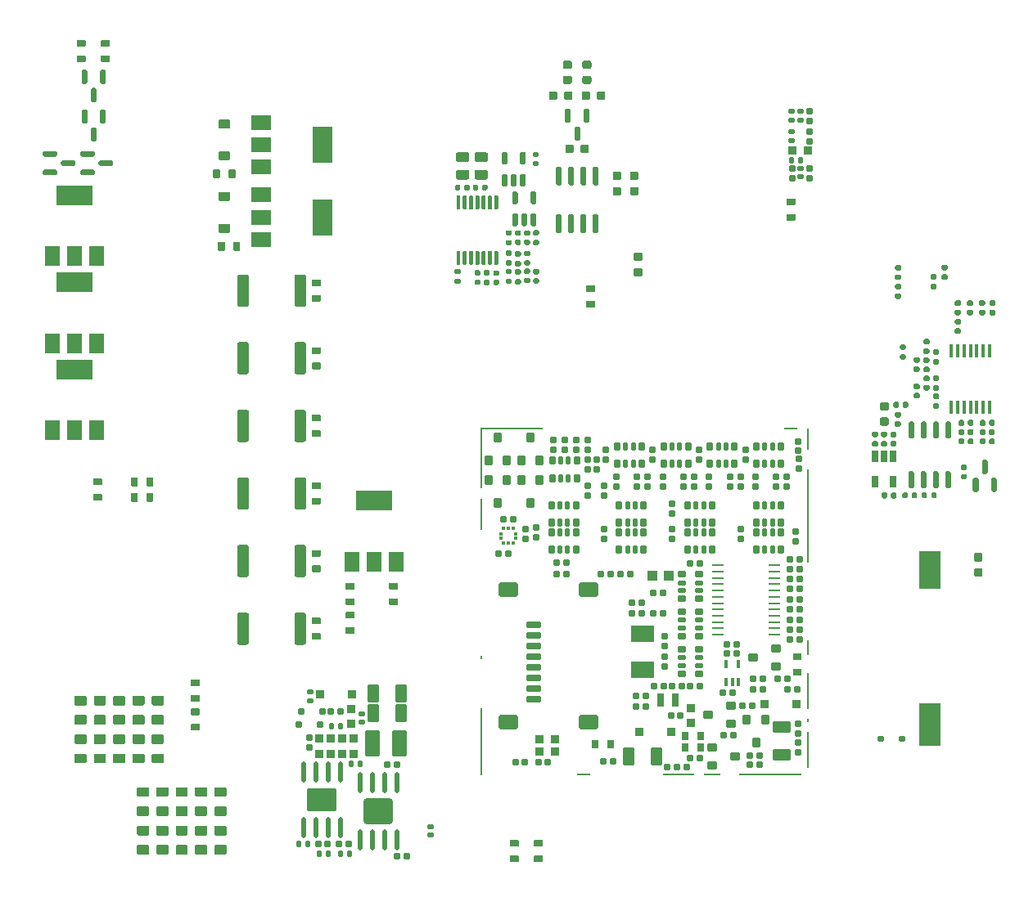
<source format=gbp>
G75*
G70*
%OFA0B0*%
%FSLAX25Y25*%
%IPPOS*%
%LPD*%
%AMOC8*
5,1,8,0,0,1.08239X$1,22.5*
%
%AMM11*
21,1,0.023620,0.018900,0.000000,0.000000,90.000000*
21,1,0.018900,0.023620,0.000000,0.000000,90.000000*
1,1,0.004720,0.009450,0.009450*
1,1,0.004720,0.009450,-0.009450*
1,1,0.004720,-0.009450,-0.009450*
1,1,0.004720,-0.009450,0.009450*
%
%AMM117*
21,1,0.023620,0.018900,0.000000,-0.000000,90.000000*
21,1,0.018900,0.023620,0.000000,-0.000000,90.000000*
1,1,0.004720,0.009450,0.009450*
1,1,0.004720,0.009450,-0.009450*
1,1,0.004720,-0.009450,-0.009450*
1,1,0.004720,-0.009450,0.009450*
%
%AMM118*
21,1,0.019680,0.019680,0.000000,-0.000000,180.000000*
21,1,0.015750,0.023620,0.000000,-0.000000,180.000000*
1,1,0.003940,-0.007870,0.009840*
1,1,0.003940,0.007870,0.009840*
1,1,0.003940,0.007870,-0.009840*
1,1,0.003940,-0.007870,-0.009840*
%
%AMM119*
21,1,0.033470,0.026770,0.000000,-0.000000,180.000000*
21,1,0.026770,0.033470,0.000000,-0.000000,180.000000*
1,1,0.006690,-0.013390,0.013390*
1,1,0.006690,0.013390,0.013390*
1,1,0.006690,0.013390,-0.013390*
1,1,0.006690,-0.013390,-0.013390*
%
%AMM12*
21,1,0.019680,0.019680,0.000000,0.000000,0.000000*
21,1,0.015750,0.023620,0.000000,0.000000,0.000000*
1,1,0.003940,0.007870,-0.009840*
1,1,0.003940,-0.007870,-0.009840*
1,1,0.003940,-0.007870,0.009840*
1,1,0.003940,0.007870,0.009840*
%
%AMM120*
21,1,0.019680,0.019680,0.000000,-0.000000,270.000000*
21,1,0.015750,0.023620,0.000000,-0.000000,270.000000*
1,1,0.003940,-0.009840,-0.007870*
1,1,0.003940,-0.009840,0.007870*
1,1,0.003940,0.009840,0.007870*
1,1,0.003940,0.009840,-0.007870*
%
%AMM13*
21,1,0.019680,0.019680,0.000000,0.000000,270.000000*
21,1,0.015750,0.023620,0.000000,0.000000,270.000000*
1,1,0.003940,-0.009840,-0.007870*
1,1,0.003940,-0.009840,0.007870*
1,1,0.003940,0.009840,0.007870*
1,1,0.003940,0.009840,-0.007870*
%
%AMM183*
21,1,0.025590,0.026380,-0.000000,-0.000000,90.000000*
21,1,0.020470,0.031500,-0.000000,-0.000000,90.000000*
1,1,0.005120,0.013190,0.010240*
1,1,0.005120,0.013190,-0.010240*
1,1,0.005120,-0.013190,-0.010240*
1,1,0.005120,-0.013190,0.010240*
%
%AMM184*
21,1,0.017720,0.027950,-0.000000,-0.000000,90.000000*
21,1,0.014170,0.031500,-0.000000,-0.000000,90.000000*
1,1,0.003540,0.013980,0.007090*
1,1,0.003540,0.013980,-0.007090*
1,1,0.003540,-0.013980,-0.007090*
1,1,0.003540,-0.013980,0.007090*
%
%AMM187*
21,1,0.027560,0.018900,-0.000000,-0.000000,270.000000*
21,1,0.022840,0.023620,-0.000000,-0.000000,270.000000*
1,1,0.004720,-0.009450,-0.011420*
1,1,0.004720,-0.009450,0.011420*
1,1,0.004720,0.009450,0.011420*
1,1,0.004720,0.009450,-0.011420*
%
%AMM189*
21,1,0.027560,0.018900,-0.000000,-0.000000,0.000000*
21,1,0.022840,0.023620,-0.000000,-0.000000,0.000000*
1,1,0.004720,0.011420,-0.009450*
1,1,0.004720,-0.011420,-0.009450*
1,1,0.004720,-0.011420,0.009450*
1,1,0.004720,0.011420,0.009450*
%
%AMM191*
21,1,0.035430,0.030320,-0.000000,-0.000000,90.000000*
21,1,0.028350,0.037400,-0.000000,-0.000000,90.000000*
1,1,0.007090,0.015160,0.014170*
1,1,0.007090,0.015160,-0.014170*
1,1,0.007090,-0.015160,-0.014170*
1,1,0.007090,-0.015160,0.014170*
%
%AMM194*
21,1,0.027560,0.030710,-0.000000,-0.000000,180.000000*
21,1,0.022050,0.036220,-0.000000,-0.000000,180.000000*
1,1,0.005510,-0.011020,0.015350*
1,1,0.005510,0.011020,0.015350*
1,1,0.005510,0.011020,-0.015350*
1,1,0.005510,-0.011020,-0.015350*
%
%AMM215*
21,1,0.033470,0.026770,-0.000000,-0.000000,270.000000*
21,1,0.026770,0.033470,-0.000000,-0.000000,270.000000*
1,1,0.006690,-0.013390,-0.013390*
1,1,0.006690,-0.013390,0.013390*
1,1,0.006690,0.013390,0.013390*
1,1,0.006690,0.013390,-0.013390*
%
%AMM216*
21,1,0.025590,0.026380,-0.000000,-0.000000,180.000000*
21,1,0.020470,0.031500,-0.000000,-0.000000,180.000000*
1,1,0.005120,-0.010240,0.013190*
1,1,0.005120,0.010240,0.013190*
1,1,0.005120,0.010240,-0.013190*
1,1,0.005120,-0.010240,-0.013190*
%
%AMM217*
21,1,0.017720,0.027950,-0.000000,-0.000000,180.000000*
21,1,0.014170,0.031500,-0.000000,-0.000000,180.000000*
1,1,0.003540,-0.007090,0.013980*
1,1,0.003540,0.007090,0.013980*
1,1,0.003540,0.007090,-0.013980*
1,1,0.003540,-0.007090,-0.013980*
%
%AMM218*
21,1,0.033470,0.026770,-0.000000,-0.000000,180.000000*
21,1,0.026770,0.033470,-0.000000,-0.000000,180.000000*
1,1,0.006690,-0.013390,0.013390*
1,1,0.006690,0.013390,0.013390*
1,1,0.006690,0.013390,-0.013390*
1,1,0.006690,-0.013390,-0.013390*
%
%AMM219*
21,1,0.078740,0.045670,-0.000000,-0.000000,0.000000*
21,1,0.067320,0.057090,-0.000000,-0.000000,0.000000*
1,1,0.011420,0.033660,-0.022840*
1,1,0.011420,-0.033660,-0.022840*
1,1,0.011420,-0.033660,0.022840*
1,1,0.011420,0.033660,0.022840*
%
%AMM220*
21,1,0.059060,0.020470,-0.000000,-0.000000,0.000000*
21,1,0.053940,0.025590,-0.000000,-0.000000,0.000000*
1,1,0.005120,0.026970,-0.010240*
1,1,0.005120,-0.026970,-0.010240*
1,1,0.005120,-0.026970,0.010240*
1,1,0.005120,0.026970,0.010240*
%
%AMM221*
21,1,0.035430,0.030320,-0.000000,-0.000000,0.000000*
21,1,0.028350,0.037400,-0.000000,-0.000000,0.000000*
1,1,0.007090,0.014170,-0.015160*
1,1,0.007090,-0.014170,-0.015160*
1,1,0.007090,-0.014170,0.015160*
1,1,0.007090,0.014170,0.015160*
%
%AMM222*
21,1,0.012600,0.028980,-0.000000,-0.000000,0.000000*
21,1,0.010080,0.031500,-0.000000,-0.000000,0.000000*
1,1,0.002520,0.005040,-0.014490*
1,1,0.002520,-0.005040,-0.014490*
1,1,0.002520,-0.005040,0.014490*
1,1,0.002520,0.005040,0.014490*
%
%AMM223*
21,1,0.070870,0.036220,-0.000000,-0.000000,180.000000*
21,1,0.061810,0.045280,-0.000000,-0.000000,180.000000*
1,1,0.009060,-0.030910,0.018110*
1,1,0.009060,0.030910,0.018110*
1,1,0.009060,0.030910,-0.018110*
1,1,0.009060,-0.030910,-0.018110*
%
%AMM224*
21,1,0.035830,0.026770,-0.000000,-0.000000,180.000000*
21,1,0.029130,0.033470,-0.000000,-0.000000,180.000000*
1,1,0.006690,-0.014570,0.013390*
1,1,0.006690,0.014570,0.013390*
1,1,0.006690,0.014570,-0.013390*
1,1,0.006690,-0.014570,-0.013390*
%
%AMM225*
21,1,0.027560,0.049610,-0.000000,-0.000000,180.000000*
21,1,0.022050,0.055120,-0.000000,-0.000000,180.000000*
1,1,0.005510,-0.011020,0.024800*
1,1,0.005510,0.011020,0.024800*
1,1,0.005510,0.011020,-0.024800*
1,1,0.005510,-0.011020,-0.024800*
%
%AMM226*
21,1,0.070870,0.036220,-0.000000,-0.000000,270.000000*
21,1,0.061810,0.045280,-0.000000,-0.000000,270.000000*
1,1,0.009060,-0.018110,-0.030910*
1,1,0.009060,-0.018110,0.030910*
1,1,0.009060,0.018110,0.030910*
1,1,0.009060,0.018110,-0.030910*
%
%AMM227*
21,1,0.027560,0.030710,-0.000000,-0.000000,270.000000*
21,1,0.022050,0.036220,-0.000000,-0.000000,270.000000*
1,1,0.005510,-0.015350,-0.011020*
1,1,0.005510,-0.015350,0.011020*
1,1,0.005510,0.015350,0.011020*
1,1,0.005510,0.015350,-0.011020*
%
%AMM27*
21,1,0.106300,0.050390,0.000000,0.000000,90.000000*
21,1,0.093700,0.062990,0.000000,0.000000,90.000000*
1,1,0.012600,0.025200,0.046850*
1,1,0.012600,0.025200,-0.046850*
1,1,0.012600,-0.025200,-0.046850*
1,1,0.012600,-0.025200,0.046850*
%
%AMM28*
21,1,0.033470,0.026770,0.000000,0.000000,270.000000*
21,1,0.026770,0.033470,0.000000,0.000000,270.000000*
1,1,0.006690,-0.013390,-0.013390*
1,1,0.006690,-0.013390,0.013390*
1,1,0.006690,0.013390,0.013390*
1,1,0.006690,0.013390,-0.013390*
%
%AMM29*
21,1,0.023620,0.018900,0.000000,0.000000,180.000000*
21,1,0.018900,0.023620,0.000000,0.000000,180.000000*
1,1,0.004720,-0.009450,0.009450*
1,1,0.004720,0.009450,0.009450*
1,1,0.004720,0.009450,-0.009450*
1,1,0.004720,-0.009450,-0.009450*
%
%AMM30*
21,1,0.122050,0.075590,0.000000,0.000000,180.000000*
21,1,0.103150,0.094490,0.000000,0.000000,180.000000*
1,1,0.018900,-0.051580,0.037800*
1,1,0.018900,0.051580,0.037800*
1,1,0.018900,0.051580,-0.037800*
1,1,0.018900,-0.051580,-0.037800*
%
%AMM31*
21,1,0.118110,0.083460,0.000000,0.000000,0.000000*
21,1,0.097240,0.104330,0.000000,0.000000,0.000000*
1,1,0.020870,0.048620,-0.041730*
1,1,0.020870,-0.048620,-0.041730*
1,1,0.020870,-0.048620,0.041730*
1,1,0.020870,0.048620,0.041730*
%
%AMM7*
21,1,0.035830,0.026770,0.000000,0.000000,0.000000*
21,1,0.029130,0.033470,0.000000,0.000000,0.000000*
1,1,0.006690,0.014570,-0.013390*
1,1,0.006690,-0.014570,-0.013390*
1,1,0.006690,-0.014570,0.013390*
1,1,0.006690,0.014570,0.013390*
%
%AMM8*
21,1,0.070870,0.036220,0.000000,0.000000,90.000000*
21,1,0.061810,0.045280,0.000000,0.000000,90.000000*
1,1,0.009060,0.018110,0.030910*
1,1,0.009060,0.018110,-0.030910*
1,1,0.009060,-0.018110,-0.030910*
1,1,0.009060,-0.018110,0.030910*
%
%ADD100R,0.09055X0.17323*%
%ADD101R,0.09055X0.15748*%
%ADD112M7*%
%ADD113M8*%
%ADD116M11*%
%ADD117M12*%
%ADD118M13*%
%ADD136M27*%
%ADD137M28*%
%ADD138M29*%
%ADD139O,0.01968X0.08661*%
%ADD140M30*%
%ADD141M31*%
%ADD22R,0.07874X0.05906*%
%ADD23R,0.07874X0.14961*%
%ADD239R,0.01378X0.01476*%
%ADD242O,0.04961X0.00984*%
%ADD244R,0.09449X0.06693*%
%ADD245R,0.01476X0.01378*%
%ADD247R,0.03937X0.04331*%
%ADD28R,0.05906X0.07874*%
%ADD29R,0.14961X0.07874*%
%ADD302M117*%
%ADD303M118*%
%ADD304M119*%
%ADD305M120*%
%ADD316R,0.01772X0.05709*%
%ADD317R,0.02559X0.04803*%
%ADD396M183*%
%ADD397M184*%
%ADD400M187*%
%ADD402M189*%
%ADD404M191*%
%ADD407M194*%
%ADD428M215*%
%ADD429M216*%
%ADD430M217*%
%ADD431M218*%
%ADD432M219*%
%ADD433M220*%
%ADD434M221*%
%ADD435M222*%
%ADD436M223*%
%ADD437M224*%
%ADD438M225*%
%ADD439M226*%
%ADD440M227*%
%ADD61R,0.00787X0.14567*%
%ADD62R,0.00787X0.01575*%
%ADD63R,0.00787X0.06299*%
%ADD64R,0.00787X0.38189*%
%ADD65R,0.00787X0.09055*%
%ADD66R,0.05512X0.00787*%
%ADD67R,0.25197X0.00787*%
%ADD68R,0.06693X0.00787*%
%ADD69R,0.12992X0.00787*%
%ADD70R,0.00787X0.27559*%
%ADD71R,0.00787X0.12992*%
%ADD72R,0.00787X0.24803*%
X0000000Y0000000D02*
%LPD*%
G01*
G36*
G01*
X0214173Y0319910D02*
X0215354Y0319910D01*
G75*
G02*
X0215945Y0319319I0000000J-000591D01*
G01*
X0215945Y0314693D01*
G75*
G02*
X0215354Y0314102I-000591J0000000D01*
G01*
X0214173Y0314102D01*
G75*
G02*
X0213583Y0314693I0000000J0000591D01*
G01*
X0213583Y0319319D01*
G75*
G02*
X0214173Y0319910I0000591J0000000D01*
G01*
G37*
G36*
G01*
X0221654Y0319910D02*
X0222835Y0319910D01*
G75*
G02*
X0223425Y0319319I0000000J-000591D01*
G01*
X0223425Y0314693D01*
G75*
G02*
X0222835Y0314102I-000591J0000000D01*
G01*
X0221654Y0314102D01*
G75*
G02*
X0221063Y0314693I0000000J0000591D01*
G01*
X0221063Y0319319D01*
G75*
G02*
X0221654Y0319910I0000591J0000000D01*
G01*
G37*
G36*
G01*
X0217913Y0312528D02*
X0219094Y0312528D01*
G75*
G02*
X0219685Y0311937I0000000J-000591D01*
G01*
X0219685Y0307311D01*
G75*
G02*
X0219094Y0306721I-000591J0000000D01*
G01*
X0217913Y0306721D01*
G75*
G02*
X0217323Y0307311I0000000J0000591D01*
G01*
X0217323Y0311937D01*
G75*
G02*
X0217913Y0312528I0000591J0000000D01*
G01*
G37*
G36*
G01*
X0049803Y0052992D02*
X0045669Y0052992D01*
G75*
G02*
X0045276Y0053386I0000000J0000394D01*
G01*
X0045276Y0056535D01*
G75*
G02*
X0045669Y0056929I0000394J0000000D01*
G01*
X0049803Y0056929D01*
G75*
G02*
X0050197Y0056535I0000000J-000394D01*
G01*
X0050197Y0053386D01*
G75*
G02*
X0049803Y0052992I-000394J0000000D01*
G01*
G37*
G36*
G01*
X0049803Y0060866D02*
X0045669Y0060866D01*
G75*
G02*
X0045276Y0061260I0000000J0000394D01*
G01*
X0045276Y0064409D01*
G75*
G02*
X0045669Y0064803I0000394J0000000D01*
G01*
X0049803Y0064803D01*
G75*
G02*
X0050197Y0064409I0000000J-000394D01*
G01*
X0050197Y0061260D01*
G75*
G02*
X0049803Y0060866I-000394J0000000D01*
G01*
G37*
G36*
G01*
X0241969Y0261083D02*
X0244646Y0261083D01*
G75*
G02*
X0244980Y0260748I0000000J-000335D01*
G01*
X0244980Y0258071D01*
G75*
G02*
X0244646Y0257736I-000335J0000000D01*
G01*
X0241969Y0257736D01*
G75*
G02*
X0241634Y0258071I0000000J0000335D01*
G01*
X0241634Y0260748D01*
G75*
G02*
X0241969Y0261083I0000335J0000000D01*
G01*
G37*
G36*
G01*
X0241969Y0254862D02*
X0244646Y0254862D01*
G75*
G02*
X0244980Y0254528I0000000J-000335D01*
G01*
X0244980Y0251850D01*
G75*
G02*
X0244646Y0251516I-000335J0000000D01*
G01*
X0241969Y0251516D01*
G75*
G02*
X0241634Y0251850I0000000J0000335D01*
G01*
X0241634Y0254528D01*
G75*
G02*
X0241969Y0254862I0000335J0000000D01*
G01*
G37*
G36*
G01*
X0076811Y0298819D02*
X0072795Y0298819D01*
G75*
G02*
X0072441Y0299173I0000000J0000354D01*
G01*
X0072441Y0302008D01*
G75*
G02*
X0072795Y0302362I0000354J0000000D01*
G01*
X0076811Y0302362D01*
G75*
G02*
X0077165Y0302008I0000000J-000354D01*
G01*
X0077165Y0299173D01*
G75*
G02*
X0076811Y0298819I-000354J0000000D01*
G01*
G37*
G36*
G01*
X0076811Y0311811D02*
X0072795Y0311811D01*
G75*
G02*
X0072441Y0312165I0000000J0000354D01*
G01*
X0072441Y0315000D01*
G75*
G02*
X0072795Y0315354I0000354J0000000D01*
G01*
X0076811Y0315354D01*
G75*
G02*
X0077165Y0315000I0000000J-000354D01*
G01*
X0077165Y0312165D01*
G75*
G02*
X0076811Y0311811I-000354J0000000D01*
G01*
G37*
D100*
X0362205Y0068898D03*
D101*
X0362205Y0131890D03*
G36*
G01*
X0036811Y0166181D02*
X0036811Y0169252D01*
G75*
G02*
X0037087Y0169528I0000276J0000000D01*
G01*
X0039291Y0169528D01*
G75*
G02*
X0039567Y0169252I0000000J-000276D01*
G01*
X0039567Y0166181D01*
G75*
G02*
X0039291Y0165906I-000276J0000000D01*
G01*
X0037087Y0165906D01*
G75*
G02*
X0036811Y0166181I0000000J0000276D01*
G01*
G37*
G36*
G01*
X0043110Y0166181D02*
X0043110Y0169252D01*
G75*
G02*
X0043386Y0169528I0000276J0000000D01*
G01*
X0045591Y0169528D01*
G75*
G02*
X0045866Y0169252I0000000J-000276D01*
G01*
X0045866Y0166181D01*
G75*
G02*
X0045591Y0165906I-000276J0000000D01*
G01*
X0043386Y0165906D01*
G75*
G02*
X0043110Y0166181I0000000J0000276D01*
G01*
G37*
G36*
G01*
X0229941Y0326535D02*
X0229941Y0323858D01*
G75*
G02*
X0229606Y0323524I-000335J0000000D01*
G01*
X0226929Y0323524D01*
G75*
G02*
X0226594Y0323858I0000000J0000335D01*
G01*
X0226594Y0326535D01*
G75*
G02*
X0226929Y0326870I0000335J0000000D01*
G01*
X0229606Y0326870D01*
G75*
G02*
X0229941Y0326535I0000000J-000335D01*
G01*
G37*
G36*
G01*
X0223720Y0326535D02*
X0223720Y0323858D01*
G75*
G02*
X0223386Y0323524I-000335J0000000D01*
G01*
X0220709Y0323524D01*
G75*
G02*
X0220374Y0323858I0000000J0000335D01*
G01*
X0220374Y0326535D01*
G75*
G02*
X0220709Y0326870I0000335J0000000D01*
G01*
X0223386Y0326870D01*
G75*
G02*
X0223720Y0326535I0000000J-000335D01*
G01*
G37*
G36*
G01*
X0026181Y0052992D02*
X0022047Y0052992D01*
G75*
G02*
X0021654Y0053386I0000000J0000394D01*
G01*
X0021654Y0056535D01*
G75*
G02*
X0022047Y0056929I0000394J0000000D01*
G01*
X0026181Y0056929D01*
G75*
G02*
X0026575Y0056535I0000000J-000394D01*
G01*
X0026575Y0053386D01*
G75*
G02*
X0026181Y0052992I-000394J0000000D01*
G01*
G37*
G36*
G01*
X0026181Y0060866D02*
X0022047Y0060866D01*
G75*
G02*
X0021654Y0061260I0000000J0000394D01*
G01*
X0021654Y0064409D01*
G75*
G02*
X0022047Y0064803I0000394J0000000D01*
G01*
X0026181Y0064803D01*
G75*
G02*
X0026575Y0064409I0000000J-000394D01*
G01*
X0026575Y0061260D01*
G75*
G02*
X0026181Y0060866I-000394J0000000D01*
G01*
G37*
G36*
G01*
X0380551Y0138642D02*
X0383228Y0138642D01*
G75*
G02*
X0383563Y0138307I0000000J-000335D01*
G01*
X0383563Y0135630D01*
G75*
G02*
X0383228Y0135295I-000335J0000000D01*
G01*
X0380551Y0135295D01*
G75*
G02*
X0380217Y0135630I0000000J0000335D01*
G01*
X0380217Y0138307D01*
G75*
G02*
X0380551Y0138642I0000335J0000000D01*
G01*
G37*
G36*
G01*
X0380551Y0132421D02*
X0383228Y0132421D01*
G75*
G02*
X0383563Y0132087I0000000J-000335D01*
G01*
X0383563Y0129409D01*
G75*
G02*
X0383228Y0129075I-000335J0000000D01*
G01*
X0380551Y0129075D01*
G75*
G02*
X0380217Y0129409I0000000J0000335D01*
G01*
X0380217Y0132087D01*
G75*
G02*
X0380551Y0132421I0000335J0000000D01*
G01*
G37*
G36*
G01*
X0213720Y0302134D02*
X0213720Y0304811D01*
G75*
G02*
X0214055Y0305146I0000335J0000000D01*
G01*
X0216732Y0305146D01*
G75*
G02*
X0217067Y0304811I0000000J-000335D01*
G01*
X0217067Y0302134D01*
G75*
G02*
X0216732Y0301799I-000335J0000000D01*
G01*
X0214055Y0301799D01*
G75*
G02*
X0213720Y0302134I0000000J0000335D01*
G01*
G37*
G36*
G01*
X0219941Y0302134D02*
X0219941Y0304811D01*
G75*
G02*
X0220276Y0305146I0000335J0000000D01*
G01*
X0222953Y0305146D01*
G75*
G02*
X0223287Y0304811I0000000J-000335D01*
G01*
X0223287Y0302134D01*
G75*
G02*
X0222953Y0301799I-000335J0000000D01*
G01*
X0220276Y0301799D01*
G75*
G02*
X0219941Y0302134I0000000J0000335D01*
G01*
G37*
G36*
G01*
X0024764Y0160039D02*
X0021693Y0160039D01*
G75*
G02*
X0021417Y0160315I0000000J0000276D01*
G01*
X0021417Y0162520D01*
G75*
G02*
X0021693Y0162795I0000276J0000000D01*
G01*
X0024764Y0162795D01*
G75*
G02*
X0025039Y0162520I0000000J-000276D01*
G01*
X0025039Y0160315D01*
G75*
G02*
X0024764Y0160039I-000276J0000000D01*
G01*
G37*
G36*
G01*
X0024764Y0166339D02*
X0021693Y0166339D01*
G75*
G02*
X0021417Y0166614I0000000J0000276D01*
G01*
X0021417Y0168819D01*
G75*
G02*
X0021693Y0169094I0000276J0000000D01*
G01*
X0024764Y0169094D01*
G75*
G02*
X0025039Y0168819I0000000J-000276D01*
G01*
X0025039Y0166614D01*
G75*
G02*
X0024764Y0166339I-000276J0000000D01*
G01*
G37*
G36*
G01*
X0063287Y0043307D02*
X0067421Y0043307D01*
G75*
G02*
X0067815Y0042913I0000000J-000394D01*
G01*
X0067815Y0039764D01*
G75*
G02*
X0067421Y0039370I-000394J0000000D01*
G01*
X0063287Y0039370D01*
G75*
G02*
X0062894Y0039764I0000000J0000394D01*
G01*
X0062894Y0042913D01*
G75*
G02*
X0063287Y0043307I0000394J0000000D01*
G01*
G37*
G36*
G01*
X0063287Y0035433D02*
X0067421Y0035433D01*
G75*
G02*
X0067815Y0035039I0000000J-000394D01*
G01*
X0067815Y0031890D01*
G75*
G02*
X0067421Y0031496I-000394J0000000D01*
G01*
X0063287Y0031496D01*
G75*
G02*
X0062894Y0031890I0000000J0000394D01*
G01*
X0062894Y0035039D01*
G75*
G02*
X0063287Y0035433I0000394J0000000D01*
G01*
G37*
G36*
G01*
X0108169Y0251280D02*
X0108169Y0240059D01*
G75*
G02*
X0107185Y0239075I-000984J0000000D01*
G01*
X0104331Y0239075D01*
G75*
G02*
X0103346Y0240059I0000000J0000984D01*
G01*
X0103346Y0251280D01*
G75*
G02*
X0104331Y0252264I0000984J0000000D01*
G01*
X0107185Y0252264D01*
G75*
G02*
X0108169Y0251280I0000000J-000984D01*
G01*
G37*
G36*
G01*
X0084843Y0251280D02*
X0084843Y0240059D01*
G75*
G02*
X0083858Y0239075I-000984J0000000D01*
G01*
X0081004Y0239075D01*
G75*
G02*
X0080020Y0240059I0000000J0000984D01*
G01*
X0080020Y0251280D01*
G75*
G02*
X0081004Y0252264I0000984J0000000D01*
G01*
X0083858Y0252264D01*
G75*
G02*
X0084843Y0251280I0000000J-000984D01*
G01*
G37*
G36*
G01*
X0029921Y0080551D02*
X0034055Y0080551D01*
G75*
G02*
X0034449Y0080157I0000000J-000394D01*
G01*
X0034449Y0077008D01*
G75*
G02*
X0034055Y0076614I-000394J0000000D01*
G01*
X0029921Y0076614D01*
G75*
G02*
X0029528Y0077008I0000000J0000394D01*
G01*
X0029528Y0080157D01*
G75*
G02*
X0029921Y0080551I0000394J0000000D01*
G01*
G37*
G36*
G01*
X0029921Y0072677D02*
X0034055Y0072677D01*
G75*
G02*
X0034449Y0072283I0000000J-000394D01*
G01*
X0034449Y0069134D01*
G75*
G02*
X0034055Y0068740I-000394J0000000D01*
G01*
X0029921Y0068740D01*
G75*
G02*
X0029528Y0069134I0000000J0000394D01*
G01*
X0029528Y0072283D01*
G75*
G02*
X0029921Y0072677I0000394J0000000D01*
G01*
G37*
G36*
G01*
X0075295Y0015748D02*
X0071161Y0015748D01*
G75*
G02*
X0070768Y0016142I0000000J0000394D01*
G01*
X0070768Y0019291D01*
G75*
G02*
X0071161Y0019685I0000394J0000000D01*
G01*
X0075295Y0019685D01*
G75*
G02*
X0075689Y0019291I0000000J-000394D01*
G01*
X0075689Y0016142D01*
G75*
G02*
X0075295Y0015748I-000394J0000000D01*
G01*
G37*
G36*
G01*
X0075295Y0023622D02*
X0071161Y0023622D01*
G75*
G02*
X0070768Y0024016I0000000J0000394D01*
G01*
X0070768Y0027165D01*
G75*
G02*
X0071161Y0027559I0000394J0000000D01*
G01*
X0075295Y0027559D01*
G75*
G02*
X0075689Y0027165I0000000J-000394D01*
G01*
X0075689Y0024016D01*
G75*
G02*
X0075295Y0023622I-000394J0000000D01*
G01*
G37*
G36*
G01*
X0210413Y0296260D02*
X0211594Y0296260D01*
G75*
G02*
X0212185Y0295669I0000000J-000591D01*
G01*
X0212185Y0289173D01*
G75*
G02*
X0211594Y0288583I-000591J0000000D01*
G01*
X0210413Y0288583D01*
G75*
G02*
X0209823Y0289173I0000000J0000591D01*
G01*
X0209823Y0295669D01*
G75*
G02*
X0210413Y0296260I0000591J0000000D01*
G01*
G37*
G36*
G01*
X0215413Y0296260D02*
X0216594Y0296260D01*
G75*
G02*
X0217185Y0295669I0000000J-000591D01*
G01*
X0217185Y0289173D01*
G75*
G02*
X0216594Y0288583I-000591J0000000D01*
G01*
X0215413Y0288583D01*
G75*
G02*
X0214823Y0289173I0000000J0000591D01*
G01*
X0214823Y0295669D01*
G75*
G02*
X0215413Y0296260I0000591J0000000D01*
G01*
G37*
G36*
G01*
X0220413Y0296260D02*
X0221594Y0296260D01*
G75*
G02*
X0222185Y0295669I0000000J-000591D01*
G01*
X0222185Y0289173D01*
G75*
G02*
X0221594Y0288583I-000591J0000000D01*
G01*
X0220413Y0288583D01*
G75*
G02*
X0219823Y0289173I0000000J0000591D01*
G01*
X0219823Y0295669D01*
G75*
G02*
X0220413Y0296260I0000591J0000000D01*
G01*
G37*
G36*
G01*
X0225413Y0296260D02*
X0226594Y0296260D01*
G75*
G02*
X0227185Y0295669I0000000J-000591D01*
G01*
X0227185Y0289173D01*
G75*
G02*
X0226594Y0288583I-000591J0000000D01*
G01*
X0225413Y0288583D01*
G75*
G02*
X0224823Y0289173I0000000J0000591D01*
G01*
X0224823Y0295669D01*
G75*
G02*
X0225413Y0296260I0000591J0000000D01*
G01*
G37*
G36*
G01*
X0225413Y0276772D02*
X0226594Y0276772D01*
G75*
G02*
X0227185Y0276181I0000000J-000591D01*
G01*
X0227185Y0269685D01*
G75*
G02*
X0226594Y0269094I-000591J0000000D01*
G01*
X0225413Y0269094D01*
G75*
G02*
X0224823Y0269685I0000000J0000591D01*
G01*
X0224823Y0276181D01*
G75*
G02*
X0225413Y0276772I0000591J0000000D01*
G01*
G37*
G36*
G01*
X0220413Y0276772D02*
X0221594Y0276772D01*
G75*
G02*
X0222185Y0276181I0000000J-000591D01*
G01*
X0222185Y0269685D01*
G75*
G02*
X0221594Y0269094I-000591J0000000D01*
G01*
X0220413Y0269094D01*
G75*
G02*
X0219823Y0269685I0000000J0000591D01*
G01*
X0219823Y0276181D01*
G75*
G02*
X0220413Y0276772I0000591J0000000D01*
G01*
G37*
G36*
G01*
X0215413Y0276772D02*
X0216594Y0276772D01*
G75*
G02*
X0217185Y0276181I0000000J-000591D01*
G01*
X0217185Y0269685D01*
G75*
G02*
X0216594Y0269094I-000591J0000000D01*
G01*
X0215413Y0269094D01*
G75*
G02*
X0214823Y0269685I0000000J0000591D01*
G01*
X0214823Y0276181D01*
G75*
G02*
X0215413Y0276772I0000591J0000000D01*
G01*
G37*
G36*
G01*
X0210413Y0276772D02*
X0211594Y0276772D01*
G75*
G02*
X0212185Y0276181I0000000J-000591D01*
G01*
X0212185Y0269685D01*
G75*
G02*
X0211594Y0269094I-000591J0000000D01*
G01*
X0210413Y0269094D01*
G75*
G02*
X0209823Y0269685I0000000J0000591D01*
G01*
X0209823Y0276181D01*
G75*
G02*
X0210413Y0276772I0000591J0000000D01*
G01*
G37*
G36*
G01*
X0014173Y0080551D02*
X0018307Y0080551D01*
G75*
G02*
X0018701Y0080157I0000000J-000394D01*
G01*
X0018701Y0077008D01*
G75*
G02*
X0018307Y0076614I-000394J0000000D01*
G01*
X0014173Y0076614D01*
G75*
G02*
X0013780Y0077008I0000000J0000394D01*
G01*
X0013780Y0080157D01*
G75*
G02*
X0014173Y0080551I0000394J0000000D01*
G01*
G37*
G36*
G01*
X0014173Y0072677D02*
X0018307Y0072677D01*
G75*
G02*
X0018701Y0072283I0000000J-000394D01*
G01*
X0018701Y0069134D01*
G75*
G02*
X0018307Y0068740I-000394J0000000D01*
G01*
X0014173Y0068740D01*
G75*
G02*
X0013780Y0069134I0000000J0000394D01*
G01*
X0013780Y0072283D01*
G75*
G02*
X0014173Y0072677I0000394J0000000D01*
G01*
G37*
G36*
G01*
X0108169Y0168602D02*
X0108169Y0157382D01*
G75*
G02*
X0107185Y0156398I-000984J0000000D01*
G01*
X0104331Y0156398D01*
G75*
G02*
X0103346Y0157382I0000000J0000984D01*
G01*
X0103346Y0168602D01*
G75*
G02*
X0104331Y0169587I0000984J0000000D01*
G01*
X0107185Y0169587D01*
G75*
G02*
X0108169Y0168602I0000000J-000984D01*
G01*
G37*
G36*
G01*
X0084843Y0168602D02*
X0084843Y0157382D01*
G75*
G02*
X0083858Y0156398I-000984J0000000D01*
G01*
X0081004Y0156398D01*
G75*
G02*
X0080020Y0157382I0000000J0000984D01*
G01*
X0080020Y0168602D01*
G75*
G02*
X0081004Y0169587I0000984J0000000D01*
G01*
X0083858Y0169587D01*
G75*
G02*
X0084843Y0168602I0000000J-000984D01*
G01*
G37*
D28*
X0022835Y0188780D03*
X0013780Y0188780D03*
X0004724Y0188780D03*
D29*
X0013780Y0213583D03*
G36*
G01*
X0235984Y0284587D02*
X0233307Y0284587D01*
G75*
G02*
X0232972Y0284921I0000000J0000335D01*
G01*
X0232972Y0287598D01*
G75*
G02*
X0233307Y0287933I0000335J0000000D01*
G01*
X0235984Y0287933D01*
G75*
G02*
X0236319Y0287598I0000000J-000335D01*
G01*
X0236319Y0284921D01*
G75*
G02*
X0235984Y0284587I-000335J0000000D01*
G01*
G37*
G36*
G01*
X0235984Y0290807D02*
X0233307Y0290807D01*
G75*
G02*
X0232972Y0291142I0000000J0000335D01*
G01*
X0232972Y0293819D01*
G75*
G02*
X0233307Y0294154I0000335J0000000D01*
G01*
X0235984Y0294154D01*
G75*
G02*
X0236319Y0293819I0000000J-000335D01*
G01*
X0236319Y0291142D01*
G75*
G02*
X0235984Y0290807I-000335J0000000D01*
G01*
G37*
G36*
G01*
X0039665Y0043307D02*
X0043799Y0043307D01*
G75*
G02*
X0044193Y0042913I0000000J-000394D01*
G01*
X0044193Y0039764D01*
G75*
G02*
X0043799Y0039370I-000394J0000000D01*
G01*
X0039665Y0039370D01*
G75*
G02*
X0039272Y0039764I0000000J0000394D01*
G01*
X0039272Y0042913D01*
G75*
G02*
X0039665Y0043307I0000394J0000000D01*
G01*
G37*
G36*
G01*
X0039665Y0035433D02*
X0043799Y0035433D01*
G75*
G02*
X0044193Y0035039I0000000J-000394D01*
G01*
X0044193Y0031890D01*
G75*
G02*
X0043799Y0031496I-000394J0000000D01*
G01*
X0039665Y0031496D01*
G75*
G02*
X0039272Y0031890I0000000J0000394D01*
G01*
X0039272Y0035039D01*
G75*
G02*
X0039665Y0035433I0000394J0000000D01*
G01*
G37*
D28*
X0022835Y0224213D03*
X0013780Y0224213D03*
X0004724Y0224213D03*
D29*
X0013780Y0249016D03*
G36*
G01*
X0043799Y0015748D02*
X0039665Y0015748D01*
G75*
G02*
X0039272Y0016142I0000000J0000394D01*
G01*
X0039272Y0019291D01*
G75*
G02*
X0039665Y0019685I0000394J0000000D01*
G01*
X0043799Y0019685D01*
G75*
G02*
X0044193Y0019291I0000000J-000394D01*
G01*
X0044193Y0016142D01*
G75*
G02*
X0043799Y0015748I-000394J0000000D01*
G01*
G37*
G36*
G01*
X0043799Y0023622D02*
X0039665Y0023622D01*
G75*
G02*
X0039272Y0024016I0000000J0000394D01*
G01*
X0039272Y0027165D01*
G75*
G02*
X0039665Y0027559I0000394J0000000D01*
G01*
X0043799Y0027559D01*
G75*
G02*
X0044193Y0027165I0000000J-000394D01*
G01*
X0044193Y0024016D01*
G75*
G02*
X0043799Y0023622I-000394J0000000D01*
G01*
G37*
G36*
G01*
X0108169Y0141043D02*
X0108169Y0129823D01*
G75*
G02*
X0107185Y0128839I-000984J0000000D01*
G01*
X0104331Y0128839D01*
G75*
G02*
X0103346Y0129823I0000000J0000984D01*
G01*
X0103346Y0141043D01*
G75*
G02*
X0104331Y0142028I0000984J0000000D01*
G01*
X0107185Y0142028D01*
G75*
G02*
X0108169Y0141043I0000000J-000984D01*
G01*
G37*
G36*
G01*
X0084843Y0141043D02*
X0084843Y0129823D01*
G75*
G02*
X0083858Y0128839I-000984J0000000D01*
G01*
X0081004Y0128839D01*
G75*
G02*
X0080020Y0129823I0000000J0000984D01*
G01*
X0080020Y0141043D01*
G75*
G02*
X0081004Y0142028I0000984J0000000D01*
G01*
X0083858Y0142028D01*
G75*
G02*
X0084843Y0141043I0000000J-000984D01*
G01*
G37*
G36*
G01*
X0108169Y0223720D02*
X0108169Y0212500D01*
G75*
G02*
X0107185Y0211516I-000984J0000000D01*
G01*
X0104331Y0211516D01*
G75*
G02*
X0103346Y0212500I0000000J0000984D01*
G01*
X0103346Y0223720D01*
G75*
G02*
X0104331Y0224705I0000984J0000000D01*
G01*
X0107185Y0224705D01*
G75*
G02*
X0108169Y0223720I0000000J-000984D01*
G01*
G37*
G36*
G01*
X0084843Y0223720D02*
X0084843Y0212500D01*
G75*
G02*
X0083858Y0211516I-000984J0000000D01*
G01*
X0081004Y0211516D01*
G75*
G02*
X0080020Y0212500I0000000J0000984D01*
G01*
X0080020Y0223720D01*
G75*
G02*
X0081004Y0224705I0000984J0000000D01*
G01*
X0083858Y0224705D01*
G75*
G02*
X0084843Y0223720I0000000J-000984D01*
G01*
G37*
G36*
G01*
X0037795Y0080551D02*
X0041929Y0080551D01*
G75*
G02*
X0042323Y0080157I0000000J-000394D01*
G01*
X0042323Y0077008D01*
G75*
G02*
X0041929Y0076614I-000394J0000000D01*
G01*
X0037795Y0076614D01*
G75*
G02*
X0037402Y0077008I0000000J0000394D01*
G01*
X0037402Y0080157D01*
G75*
G02*
X0037795Y0080551I0000394J0000000D01*
G01*
G37*
G36*
G01*
X0037795Y0072677D02*
X0041929Y0072677D01*
G75*
G02*
X0042323Y0072283I0000000J-000394D01*
G01*
X0042323Y0069134D01*
G75*
G02*
X0041929Y0068740I-000394J0000000D01*
G01*
X0037795Y0068740D01*
G75*
G02*
X0037402Y0069134I0000000J0000394D01*
G01*
X0037402Y0072283D01*
G75*
G02*
X0037795Y0072677I0000394J0000000D01*
G01*
G37*
G36*
G01*
X0072244Y0262244D02*
X0072244Y0265315D01*
G75*
G02*
X0072520Y0265591I0000276J0000000D01*
G01*
X0074724Y0265591D01*
G75*
G02*
X0075000Y0265315I0000000J-000276D01*
G01*
X0075000Y0262244D01*
G75*
G02*
X0074724Y0261969I-000276J0000000D01*
G01*
X0072520Y0261969D01*
G75*
G02*
X0072244Y0262244I0000000J0000276D01*
G01*
G37*
G36*
G01*
X0078543Y0262244D02*
X0078543Y0265315D01*
G75*
G02*
X0078819Y0265591I0000276J0000000D01*
G01*
X0081024Y0265591D01*
G75*
G02*
X0081299Y0265315I0000000J-000276D01*
G01*
X0081299Y0262244D01*
G75*
G02*
X0081024Y0261969I-000276J0000000D01*
G01*
X0078819Y0261969D01*
G75*
G02*
X0078543Y0262244I0000000J0000276D01*
G01*
G37*
G36*
G01*
X0076811Y0269291D02*
X0072795Y0269291D01*
G75*
G02*
X0072441Y0269646I0000000J0000354D01*
G01*
X0072441Y0272480D01*
G75*
G02*
X0072795Y0272835I0000354J0000000D01*
G01*
X0076811Y0272835D01*
G75*
G02*
X0077165Y0272480I0000000J-000354D01*
G01*
X0077165Y0269646D01*
G75*
G02*
X0076811Y0269291I-000354J0000000D01*
G01*
G37*
G36*
G01*
X0076811Y0282283D02*
X0072795Y0282283D01*
G75*
G02*
X0072441Y0282638I0000000J0000354D01*
G01*
X0072441Y0285472D01*
G75*
G02*
X0072795Y0285827I0000354J0000000D01*
G01*
X0076811Y0285827D01*
G75*
G02*
X0077165Y0285472I0000000J-000354D01*
G01*
X0077165Y0282638D01*
G75*
G02*
X0076811Y0282283I-000354J0000000D01*
G01*
G37*
G36*
G01*
X0343071Y0061811D02*
X0341181Y0061811D01*
G75*
G02*
X0340945Y0062047I0000000J0000236D01*
G01*
X0340945Y0063937D01*
G75*
G02*
X0341181Y0064173I0000236J0000000D01*
G01*
X0343071Y0064173D01*
G75*
G02*
X0343307Y0063937I0000000J-000236D01*
G01*
X0343307Y0062047D01*
G75*
G02*
X0343071Y0061811I-000236J0000000D01*
G01*
G37*
G36*
G01*
X0351732Y0061811D02*
X0349843Y0061811D01*
G75*
G02*
X0349606Y0062047I0000000J0000236D01*
G01*
X0349606Y0063937D01*
G75*
G02*
X0349843Y0064173I0000236J0000000D01*
G01*
X0351732Y0064173D01*
G75*
G02*
X0351969Y0063937I0000000J-000236D01*
G01*
X0351969Y0062047D01*
G75*
G02*
X0351732Y0061811I-000236J0000000D01*
G01*
G37*
G36*
G01*
X0113789Y0186024D02*
X0110719Y0186024D01*
G75*
G02*
X0110443Y0186299I0000000J0000276D01*
G01*
X0110443Y0188504D01*
G75*
G02*
X0110719Y0188780I0000276J0000000D01*
G01*
X0113789Y0188780D01*
G75*
G02*
X0114065Y0188504I0000000J-000276D01*
G01*
X0114065Y0186299D01*
G75*
G02*
X0113789Y0186024I-000276J0000000D01*
G01*
G37*
G36*
G01*
X0113789Y0192323D02*
X0110719Y0192323D01*
G75*
G02*
X0110443Y0192598I0000000J0000276D01*
G01*
X0110443Y0194803D01*
G75*
G02*
X0110719Y0195079I0000276J0000000D01*
G01*
X0113789Y0195079D01*
G75*
G02*
X0114065Y0194803I0000000J-000276D01*
G01*
X0114065Y0192598D01*
G75*
G02*
X0113789Y0192323I-000276J0000000D01*
G01*
G37*
G36*
G01*
X0124449Y0114764D02*
X0127520Y0114764D01*
G75*
G02*
X0127795Y0114488I0000000J-000276D01*
G01*
X0127795Y0112283D01*
G75*
G02*
X0127520Y0112008I-000276J0000000D01*
G01*
X0124449Y0112008D01*
G75*
G02*
X0124173Y0112283I0000000J0000276D01*
G01*
X0124173Y0114488D01*
G75*
G02*
X0124449Y0114764I0000276J0000000D01*
G01*
G37*
G36*
G01*
X0124449Y0108465D02*
X0127520Y0108465D01*
G75*
G02*
X0127795Y0108189I0000000J-000276D01*
G01*
X0127795Y0105984D01*
G75*
G02*
X0127520Y0105709I-000276J0000000D01*
G01*
X0124449Y0105709D01*
G75*
G02*
X0124173Y0105984I0000000J0000276D01*
G01*
X0124173Y0108189D01*
G75*
G02*
X0124449Y0108465I0000276J0000000D01*
G01*
G37*
G36*
G01*
X0059547Y0015748D02*
X0055413Y0015748D01*
G75*
G02*
X0055020Y0016142I0000000J0000394D01*
G01*
X0055020Y0019291D01*
G75*
G02*
X0055413Y0019685I0000394J0000000D01*
G01*
X0059547Y0019685D01*
G75*
G02*
X0059941Y0019291I0000000J-000394D01*
G01*
X0059941Y0016142D01*
G75*
G02*
X0059547Y0015748I-000394J0000000D01*
G01*
G37*
G36*
G01*
X0059547Y0023622D02*
X0055413Y0023622D01*
G75*
G02*
X0055020Y0024016I0000000J0000394D01*
G01*
X0055020Y0027165D01*
G75*
G02*
X0055413Y0027559I0000394J0000000D01*
G01*
X0059547Y0027559D01*
G75*
G02*
X0059941Y0027165I0000000J-000394D01*
G01*
X0059941Y0024016D01*
G75*
G02*
X0059547Y0023622I-000394J0000000D01*
G01*
G37*
G36*
G01*
X0017323Y0319587D02*
X0018504Y0319587D01*
G75*
G02*
X0019094Y0318996I0000000J-000591D01*
G01*
X0019094Y0314370D01*
G75*
G02*
X0018504Y0313780I-000591J0000000D01*
G01*
X0017323Y0313780D01*
G75*
G02*
X0016732Y0314370I0000000J0000591D01*
G01*
X0016732Y0318996D01*
G75*
G02*
X0017323Y0319587I0000591J0000000D01*
G01*
G37*
G36*
G01*
X0021063Y0312205D02*
X0022244Y0312205D01*
G75*
G02*
X0022835Y0311614I0000000J-000591D01*
G01*
X0022835Y0306988D01*
G75*
G02*
X0022244Y0306398I-000591J0000000D01*
G01*
X0021063Y0306398D01*
G75*
G02*
X0020472Y0306988I0000000J0000591D01*
G01*
X0020472Y0311614D01*
G75*
G02*
X0021063Y0312205I0000591J0000000D01*
G01*
G37*
G36*
G01*
X0024803Y0319587D02*
X0025984Y0319587D01*
G75*
G02*
X0026575Y0318996I0000000J-000591D01*
G01*
X0026575Y0314370D01*
G75*
G02*
X0025984Y0313780I-000591J0000000D01*
G01*
X0024803Y0313780D01*
G75*
G02*
X0024213Y0314370I0000000J0000591D01*
G01*
X0024213Y0318996D01*
G75*
G02*
X0024803Y0319587I0000591J0000000D01*
G01*
G37*
G36*
G01*
X0113789Y0158465D02*
X0110719Y0158465D01*
G75*
G02*
X0110443Y0158740I0000000J0000276D01*
G01*
X0110443Y0160945D01*
G75*
G02*
X0110719Y0161220I0000276J0000000D01*
G01*
X0113789Y0161220D01*
G75*
G02*
X0114065Y0160945I0000000J-000276D01*
G01*
X0114065Y0158740D01*
G75*
G02*
X0113789Y0158465I-000276J0000000D01*
G01*
G37*
G36*
G01*
X0113789Y0164764D02*
X0110719Y0164764D01*
G75*
G02*
X0110443Y0165039I0000000J0000276D01*
G01*
X0110443Y0167244D01*
G75*
G02*
X0110719Y0167520I0000276J0000000D01*
G01*
X0113789Y0167520D01*
G75*
G02*
X0114065Y0167244I0000000J-000276D01*
G01*
X0114065Y0165039D01*
G75*
G02*
X0113789Y0164764I-000276J0000000D01*
G01*
G37*
G36*
G01*
X0000886Y0293307D02*
X0000886Y0294488D01*
G75*
G02*
X0001476Y0295079I0000591J0000000D01*
G01*
X0006102Y0295079D01*
G75*
G02*
X0006693Y0294488I0000000J-000591D01*
G01*
X0006693Y0293307D01*
G75*
G02*
X0006102Y0292717I-000591J0000000D01*
G01*
X0001476Y0292717D01*
G75*
G02*
X0000886Y0293307I0000000J0000591D01*
G01*
G37*
G36*
G01*
X0008268Y0297047D02*
X0008268Y0298228D01*
G75*
G02*
X0008858Y0298819I0000591J0000000D01*
G01*
X0013484Y0298819D01*
G75*
G02*
X0014075Y0298228I0000000J-000591D01*
G01*
X0014075Y0297047D01*
G75*
G02*
X0013484Y0296457I-000591J0000000D01*
G01*
X0008858Y0296457D01*
G75*
G02*
X0008268Y0297047I0000000J0000591D01*
G01*
G37*
G36*
G01*
X0000886Y0300787D02*
X0000886Y0301969D01*
G75*
G02*
X0001476Y0302559I0000591J0000000D01*
G01*
X0006102Y0302559D01*
G75*
G02*
X0006693Y0301969I0000000J-000591D01*
G01*
X0006693Y0300787D01*
G75*
G02*
X0006102Y0300197I-000591J0000000D01*
G01*
X0001476Y0300197D01*
G75*
G02*
X0000886Y0300787I0000000J0000591D01*
G01*
G37*
G36*
G01*
X0194449Y0012710D02*
X0191378Y0012710D01*
G75*
G02*
X0191102Y0012986I0000000J0000276D01*
G01*
X0191102Y0015190D01*
G75*
G02*
X0191378Y0015466I0000276J0000000D01*
G01*
X0194449Y0015466D01*
G75*
G02*
X0194724Y0015190I0000000J-000276D01*
G01*
X0194724Y0012986D01*
G75*
G02*
X0194449Y0012710I-000276J0000000D01*
G01*
G37*
G36*
G01*
X0194449Y0019009D02*
X0191378Y0019009D01*
G75*
G02*
X0191102Y0019285I0000000J0000276D01*
G01*
X0191102Y0021489D01*
G75*
G02*
X0191378Y0021765I0000276J0000000D01*
G01*
X0194449Y0021765D01*
G75*
G02*
X0194724Y0021489I0000000J-000276D01*
G01*
X0194724Y0019285D01*
G75*
G02*
X0194449Y0019009I-000276J0000000D01*
G01*
G37*
G36*
G01*
X0113789Y0130906D02*
X0110719Y0130906D01*
G75*
G02*
X0110443Y0131181I0000000J0000276D01*
G01*
X0110443Y0133386D01*
G75*
G02*
X0110719Y0133661I0000276J0000000D01*
G01*
X0113789Y0133661D01*
G75*
G02*
X0114065Y0133386I0000000J-000276D01*
G01*
X0114065Y0131181D01*
G75*
G02*
X0113789Y0130906I-000276J0000000D01*
G01*
G37*
G36*
G01*
X0113789Y0137205D02*
X0110719Y0137205D01*
G75*
G02*
X0110443Y0137480I0000000J0000276D01*
G01*
X0110443Y0139685D01*
G75*
G02*
X0110719Y0139961I0000276J0000000D01*
G01*
X0113789Y0139961D01*
G75*
G02*
X0114065Y0139685I0000000J-000276D01*
G01*
X0114065Y0137480D01*
G75*
G02*
X0113789Y0137205I-000276J0000000D01*
G01*
G37*
G36*
G01*
X0243071Y0284587D02*
X0240394Y0284587D01*
G75*
G02*
X0240059Y0284921I0000000J0000335D01*
G01*
X0240059Y0287598D01*
G75*
G02*
X0240394Y0287933I0000335J0000000D01*
G01*
X0243071Y0287933D01*
G75*
G02*
X0243406Y0287598I0000000J-000335D01*
G01*
X0243406Y0284921D01*
G75*
G02*
X0243071Y0284587I-000335J0000000D01*
G01*
G37*
G36*
G01*
X0243071Y0290807D02*
X0240394Y0290807D01*
G75*
G02*
X0240059Y0291142I0000000J0000335D01*
G01*
X0240059Y0293819D01*
G75*
G02*
X0240394Y0294154I0000335J0000000D01*
G01*
X0243071Y0294154D01*
G75*
G02*
X0243406Y0293819I0000000J-000335D01*
G01*
X0243406Y0291142D01*
G75*
G02*
X0243071Y0290807I-000335J0000000D01*
G01*
G37*
G36*
G01*
X0018071Y0338780D02*
X0015000Y0338780D01*
G75*
G02*
X0014724Y0339055I0000000J0000276D01*
G01*
X0014724Y0341260D01*
G75*
G02*
X0015000Y0341535I0000276J0000000D01*
G01*
X0018071Y0341535D01*
G75*
G02*
X0018346Y0341260I0000000J-000276D01*
G01*
X0018346Y0339055D01*
G75*
G02*
X0018071Y0338780I-000276J0000000D01*
G01*
G37*
G36*
G01*
X0018071Y0345079D02*
X0015000Y0345079D01*
G75*
G02*
X0014724Y0345354I0000000J0000276D01*
G01*
X0014724Y0347559D01*
G75*
G02*
X0015000Y0347835I0000276J0000000D01*
G01*
X0018071Y0347835D01*
G75*
G02*
X0018346Y0347559I0000000J-000276D01*
G01*
X0018346Y0345354D01*
G75*
G02*
X0018071Y0345079I-000276J0000000D01*
G01*
G37*
D22*
X0089961Y0266535D03*
X0089961Y0275591D03*
X0089961Y0284646D03*
D23*
X0114764Y0275591D03*
G36*
G01*
X0145236Y0117520D02*
X0142165Y0117520D01*
G75*
G02*
X0141890Y0117795I0000000J0000276D01*
G01*
X0141890Y0120000D01*
G75*
G02*
X0142165Y0120276I0000276J0000000D01*
G01*
X0145236Y0120276D01*
G75*
G02*
X0145512Y0120000I0000000J-000276D01*
G01*
X0145512Y0117795D01*
G75*
G02*
X0145236Y0117520I-000276J0000000D01*
G01*
G37*
G36*
G01*
X0145236Y0123819D02*
X0142165Y0123819D01*
G75*
G02*
X0141890Y0124094I0000000J0000276D01*
G01*
X0141890Y0126299D01*
G75*
G02*
X0142165Y0126575I0000276J0000000D01*
G01*
X0145236Y0126575D01*
G75*
G02*
X0145512Y0126299I0000000J-000276D01*
G01*
X0145512Y0124094D01*
G75*
G02*
X0145236Y0123819I-000276J0000000D01*
G01*
G37*
G36*
G01*
X0108169Y0196161D02*
X0108169Y0184941D01*
G75*
G02*
X0107185Y0183957I-000984J0000000D01*
G01*
X0104331Y0183957D01*
G75*
G02*
X0103346Y0184941I0000000J0000984D01*
G01*
X0103346Y0196161D01*
G75*
G02*
X0104331Y0197146I0000984J0000000D01*
G01*
X0107185Y0197146D01*
G75*
G02*
X0108169Y0196161I0000000J-000984D01*
G01*
G37*
G36*
G01*
X0084843Y0196161D02*
X0084843Y0184941D01*
G75*
G02*
X0083858Y0183957I-000984J0000000D01*
G01*
X0081004Y0183957D01*
G75*
G02*
X0080020Y0184941I0000000J0000984D01*
G01*
X0080020Y0196161D01*
G75*
G02*
X0081004Y0197146I0000984J0000000D01*
G01*
X0083858Y0197146D01*
G75*
G02*
X0084843Y0196161I0000000J-000984D01*
G01*
G37*
G36*
G01*
X0113789Y0103346D02*
X0110719Y0103346D01*
G75*
G02*
X0110443Y0103622I0000000J0000276D01*
G01*
X0110443Y0105827D01*
G75*
G02*
X0110719Y0106102I0000276J0000000D01*
G01*
X0113789Y0106102D01*
G75*
G02*
X0114065Y0105827I0000000J-000276D01*
G01*
X0114065Y0103622D01*
G75*
G02*
X0113789Y0103346I-000276J0000000D01*
G01*
G37*
G36*
G01*
X0113789Y0109646D02*
X0110719Y0109646D01*
G75*
G02*
X0110443Y0109921I0000000J0000276D01*
G01*
X0110443Y0112126D01*
G75*
G02*
X0110719Y0112402I0000276J0000000D01*
G01*
X0113789Y0112402D01*
G75*
G02*
X0114065Y0112126I0000000J-000276D01*
G01*
X0114065Y0109921D01*
G75*
G02*
X0113789Y0109646I-000276J0000000D01*
G01*
G37*
G36*
G01*
X0213558Y0339469D02*
X0215576Y0339469D01*
G75*
G02*
X0216437Y0338607I0000000J-000861D01*
G01*
X0216437Y0336885D01*
G75*
G02*
X0215576Y0336024I-000861J0000000D01*
G01*
X0213558Y0336024D01*
G75*
G02*
X0212697Y0336885I0000000J0000861D01*
G01*
X0212697Y0338607D01*
G75*
G02*
X0213558Y0339469I0000861J0000000D01*
G01*
G37*
G36*
G01*
X0213558Y0333268D02*
X0215576Y0333268D01*
G75*
G02*
X0216437Y0332406I0000000J-000861D01*
G01*
X0216437Y0330684D01*
G75*
G02*
X0215576Y0329823I-000861J0000000D01*
G01*
X0213558Y0329823D01*
G75*
G02*
X0212697Y0330684I0000000J0000861D01*
G01*
X0212697Y0332406D01*
G75*
G02*
X0213558Y0333268I0000861J0000000D01*
G01*
G37*
G36*
G01*
X0055413Y0043307D02*
X0059547Y0043307D01*
G75*
G02*
X0059941Y0042913I0000000J-000394D01*
G01*
X0059941Y0039764D01*
G75*
G02*
X0059547Y0039370I-000394J0000000D01*
G01*
X0055413Y0039370D01*
G75*
G02*
X0055020Y0039764I0000000J0000394D01*
G01*
X0055020Y0042913D01*
G75*
G02*
X0055413Y0043307I0000394J0000000D01*
G01*
G37*
G36*
G01*
X0055413Y0035433D02*
X0059547Y0035433D01*
G75*
G02*
X0059941Y0035039I0000000J-000394D01*
G01*
X0059941Y0031890D01*
G75*
G02*
X0059547Y0031496I-000394J0000000D01*
G01*
X0055413Y0031496D01*
G75*
G02*
X0055020Y0031890I0000000J0000394D01*
G01*
X0055020Y0035039D01*
G75*
G02*
X0055413Y0035433I0000394J0000000D01*
G01*
G37*
G36*
G01*
X0113789Y0241142D02*
X0110719Y0241142D01*
G75*
G02*
X0110443Y0241417I0000000J0000276D01*
G01*
X0110443Y0243622D01*
G75*
G02*
X0110719Y0243898I0000276J0000000D01*
G01*
X0113789Y0243898D01*
G75*
G02*
X0114065Y0243622I0000000J-000276D01*
G01*
X0114065Y0241417D01*
G75*
G02*
X0113789Y0241142I-000276J0000000D01*
G01*
G37*
G36*
G01*
X0113789Y0247441D02*
X0110719Y0247441D01*
G75*
G02*
X0110443Y0247717I0000000J0000276D01*
G01*
X0110443Y0249921D01*
G75*
G02*
X0110719Y0250197I0000276J0000000D01*
G01*
X0113789Y0250197D01*
G75*
G02*
X0114065Y0249921I0000000J-000276D01*
G01*
X0114065Y0247717D01*
G75*
G02*
X0113789Y0247441I-000276J0000000D01*
G01*
G37*
G36*
G01*
X0067421Y0015748D02*
X0063287Y0015748D01*
G75*
G02*
X0062894Y0016142I0000000J0000394D01*
G01*
X0062894Y0019291D01*
G75*
G02*
X0063287Y0019685I0000394J0000000D01*
G01*
X0067421Y0019685D01*
G75*
G02*
X0067815Y0019291I0000000J-000394D01*
G01*
X0067815Y0016142D01*
G75*
G02*
X0067421Y0015748I-000394J0000000D01*
G01*
G37*
G36*
G01*
X0067421Y0023622D02*
X0063287Y0023622D01*
G75*
G02*
X0062894Y0024016I0000000J0000394D01*
G01*
X0062894Y0027165D01*
G75*
G02*
X0063287Y0027559I0000394J0000000D01*
G01*
X0067421Y0027559D01*
G75*
G02*
X0067815Y0027165I0000000J-000394D01*
G01*
X0067815Y0024016D01*
G75*
G02*
X0067421Y0023622I-000394J0000000D01*
G01*
G37*
G36*
G01*
X0204291Y0012710D02*
X0201220Y0012710D01*
G75*
G02*
X0200945Y0012986I0000000J0000276D01*
G01*
X0200945Y0015190D01*
G75*
G02*
X0201220Y0015466I0000276J0000000D01*
G01*
X0204291Y0015466D01*
G75*
G02*
X0204567Y0015190I0000000J-000276D01*
G01*
X0204567Y0012986D01*
G75*
G02*
X0204291Y0012710I-000276J0000000D01*
G01*
G37*
G36*
G01*
X0204291Y0019009D02*
X0201220Y0019009D01*
G75*
G02*
X0200945Y0019285I0000000J0000276D01*
G01*
X0200945Y0021489D01*
G75*
G02*
X0201220Y0021765I0000276J0000000D01*
G01*
X0204291Y0021765D01*
G75*
G02*
X0204567Y0021489I0000000J-000276D01*
G01*
X0204567Y0019285D01*
G75*
G02*
X0204291Y0019009I-000276J0000000D01*
G01*
G37*
G36*
G01*
X0064528Y0066339D02*
X0061457Y0066339D01*
G75*
G02*
X0061181Y0066614I0000000J0000276D01*
G01*
X0061181Y0068819D01*
G75*
G02*
X0061457Y0069094I0000276J0000000D01*
G01*
X0064528Y0069094D01*
G75*
G02*
X0064803Y0068819I0000000J-000276D01*
G01*
X0064803Y0066614D01*
G75*
G02*
X0064528Y0066339I-000276J0000000D01*
G01*
G37*
G36*
G01*
X0064528Y0072638D02*
X0061457Y0072638D01*
G75*
G02*
X0061181Y0072913I0000000J0000276D01*
G01*
X0061181Y0075118D01*
G75*
G02*
X0061457Y0075394I0000276J0000000D01*
G01*
X0064528Y0075394D01*
G75*
G02*
X0064803Y0075118I0000000J-000276D01*
G01*
X0064803Y0072913D01*
G75*
G02*
X0064528Y0072638I-000276J0000000D01*
G01*
G37*
G36*
G01*
X0027913Y0338780D02*
X0024843Y0338780D01*
G75*
G02*
X0024567Y0339055I0000000J0000276D01*
G01*
X0024567Y0341260D01*
G75*
G02*
X0024843Y0341535I0000276J0000000D01*
G01*
X0027913Y0341535D01*
G75*
G02*
X0028189Y0341260I0000000J-000276D01*
G01*
X0028189Y0339055D01*
G75*
G02*
X0027913Y0338780I-000276J0000000D01*
G01*
G37*
G36*
G01*
X0027913Y0345079D02*
X0024843Y0345079D01*
G75*
G02*
X0024567Y0345354I0000000J0000276D01*
G01*
X0024567Y0347559D01*
G75*
G02*
X0024843Y0347835I0000276J0000000D01*
G01*
X0027913Y0347835D01*
G75*
G02*
X0028189Y0347559I0000000J-000276D01*
G01*
X0028189Y0345354D01*
G75*
G02*
X0027913Y0345079I-000276J0000000D01*
G01*
G37*
D22*
X0089961Y0296063D03*
X0089961Y0305118D03*
X0089961Y0314173D03*
D23*
X0114764Y0305118D03*
G36*
G01*
X0017323Y0335728D02*
X0018504Y0335728D01*
G75*
G02*
X0019094Y0335138I0000000J-000591D01*
G01*
X0019094Y0330512D01*
G75*
G02*
X0018504Y0329921I-000591J0000000D01*
G01*
X0017323Y0329921D01*
G75*
G02*
X0016732Y0330512I0000000J0000591D01*
G01*
X0016732Y0335138D01*
G75*
G02*
X0017323Y0335728I0000591J0000000D01*
G01*
G37*
G36*
G01*
X0021063Y0328346D02*
X0022244Y0328346D01*
G75*
G02*
X0022835Y0327756I0000000J-000591D01*
G01*
X0022835Y0323130D01*
G75*
G02*
X0022244Y0322539I-000591J0000000D01*
G01*
X0021063Y0322539D01*
G75*
G02*
X0020472Y0323130I0000000J0000591D01*
G01*
X0020472Y0327756D01*
G75*
G02*
X0021063Y0328346I0000591J0000000D01*
G01*
G37*
G36*
G01*
X0024803Y0335728D02*
X0025984Y0335728D01*
G75*
G02*
X0026575Y0335138I0000000J-000591D01*
G01*
X0026575Y0330512D01*
G75*
G02*
X0025984Y0329921I-000591J0000000D01*
G01*
X0024803Y0329921D01*
G75*
G02*
X0024213Y0330512I0000000J0000591D01*
G01*
X0024213Y0335138D01*
G75*
G02*
X0024803Y0335728I0000591J0000000D01*
G01*
G37*
G36*
G01*
X0045669Y0080551D02*
X0049803Y0080551D01*
G75*
G02*
X0050197Y0080157I0000000J-000394D01*
G01*
X0050197Y0077008D01*
G75*
G02*
X0049803Y0076614I-000394J0000000D01*
G01*
X0045669Y0076614D01*
G75*
G02*
X0045276Y0077008I0000000J0000394D01*
G01*
X0045276Y0080157D01*
G75*
G02*
X0045669Y0080551I0000394J0000000D01*
G01*
G37*
G36*
G01*
X0045669Y0072677D02*
X0049803Y0072677D01*
G75*
G02*
X0050197Y0072283I0000000J-000394D01*
G01*
X0050197Y0069134D01*
G75*
G02*
X0049803Y0068740I-000394J0000000D01*
G01*
X0045669Y0068740D01*
G75*
G02*
X0045276Y0069134I0000000J0000394D01*
G01*
X0045276Y0072283D01*
G75*
G02*
X0045669Y0072677I0000394J0000000D01*
G01*
G37*
G36*
G01*
X0127520Y0117520D02*
X0124449Y0117520D01*
G75*
G02*
X0124173Y0117795I0000000J0000276D01*
G01*
X0124173Y0120000D01*
G75*
G02*
X0124449Y0120276I0000276J0000000D01*
G01*
X0127520Y0120276D01*
G75*
G02*
X0127795Y0120000I0000000J-000276D01*
G01*
X0127795Y0117795D01*
G75*
G02*
X0127520Y0117520I-000276J0000000D01*
G01*
G37*
G36*
G01*
X0127520Y0123819D02*
X0124449Y0123819D01*
G75*
G02*
X0124173Y0124094I0000000J0000276D01*
G01*
X0124173Y0126299D01*
G75*
G02*
X0124449Y0126575I0000276J0000000D01*
G01*
X0127520Y0126575D01*
G75*
G02*
X0127795Y0126299I0000000J-000276D01*
G01*
X0127795Y0124094D01*
G75*
G02*
X0127520Y0123819I-000276J0000000D01*
G01*
G37*
G36*
G01*
X0207028Y0323858D02*
X0207028Y0326535D01*
G75*
G02*
X0207362Y0326870I0000335J0000000D01*
G01*
X0210039Y0326870D01*
G75*
G02*
X0210374Y0326535I0000000J-000335D01*
G01*
X0210374Y0323858D01*
G75*
G02*
X0210039Y0323524I-000335J0000000D01*
G01*
X0207362Y0323524D01*
G75*
G02*
X0207028Y0323858I0000000J0000335D01*
G01*
G37*
G36*
G01*
X0213248Y0323858D02*
X0213248Y0326535D01*
G75*
G02*
X0213583Y0326870I0000335J0000000D01*
G01*
X0216260Y0326870D01*
G75*
G02*
X0216594Y0326535I0000000J-000335D01*
G01*
X0216594Y0323858D01*
G75*
G02*
X0216260Y0323524I-000335J0000000D01*
G01*
X0213583Y0323524D01*
G75*
G02*
X0213248Y0323858I0000000J0000335D01*
G01*
G37*
G36*
G01*
X0036811Y0159882D02*
X0036811Y0162953D01*
G75*
G02*
X0037087Y0163228I0000276J0000000D01*
G01*
X0039291Y0163228D01*
G75*
G02*
X0039567Y0162953I0000000J-000276D01*
G01*
X0039567Y0159882D01*
G75*
G02*
X0039291Y0159606I-000276J0000000D01*
G01*
X0037087Y0159606D01*
G75*
G02*
X0036811Y0159882I0000000J0000276D01*
G01*
G37*
G36*
G01*
X0043110Y0159882D02*
X0043110Y0162953D01*
G75*
G02*
X0043386Y0163228I0000276J0000000D01*
G01*
X0045591Y0163228D01*
G75*
G02*
X0045866Y0162953I0000000J-000276D01*
G01*
X0045866Y0159882D01*
G75*
G02*
X0045591Y0159606I-000276J0000000D01*
G01*
X0043386Y0159606D01*
G75*
G02*
X0043110Y0159882I0000000J0000276D01*
G01*
G37*
G36*
G01*
X0113789Y0213583D02*
X0110719Y0213583D01*
G75*
G02*
X0110443Y0213858I0000000J0000276D01*
G01*
X0110443Y0216063D01*
G75*
G02*
X0110719Y0216339I0000276J0000000D01*
G01*
X0113789Y0216339D01*
G75*
G02*
X0114065Y0216063I0000000J-000276D01*
G01*
X0114065Y0213858D01*
G75*
G02*
X0113789Y0213583I-000276J0000000D01*
G01*
G37*
G36*
G01*
X0113789Y0219882D02*
X0110719Y0219882D01*
G75*
G02*
X0110443Y0220157I0000000J0000276D01*
G01*
X0110443Y0222362D01*
G75*
G02*
X0110719Y0222638I0000276J0000000D01*
G01*
X0113789Y0222638D01*
G75*
G02*
X0114065Y0222362I0000000J-000276D01*
G01*
X0114065Y0220157D01*
G75*
G02*
X0113789Y0219882I-000276J0000000D01*
G01*
G37*
G36*
G01*
X0221432Y0339469D02*
X0223450Y0339469D01*
G75*
G02*
X0224311Y0338607I0000000J-000861D01*
G01*
X0224311Y0336885D01*
G75*
G02*
X0223450Y0336024I-000861J0000000D01*
G01*
X0221432Y0336024D01*
G75*
G02*
X0220571Y0336885I0000000J0000861D01*
G01*
X0220571Y0338607D01*
G75*
G02*
X0221432Y0339469I0000861J0000000D01*
G01*
G37*
G36*
G01*
X0221432Y0333268D02*
X0223450Y0333268D01*
G75*
G02*
X0224311Y0332406I0000000J-000861D01*
G01*
X0224311Y0330684D01*
G75*
G02*
X0223450Y0329823I-000861J0000000D01*
G01*
X0221432Y0329823D01*
G75*
G02*
X0220571Y0330684I0000000J0000861D01*
G01*
X0220571Y0332406D01*
G75*
G02*
X0221432Y0333268I0000861J0000000D01*
G01*
G37*
G36*
G01*
X0047539Y0043307D02*
X0051673Y0043307D01*
G75*
G02*
X0052067Y0042913I0000000J-000394D01*
G01*
X0052067Y0039764D01*
G75*
G02*
X0051673Y0039370I-000394J0000000D01*
G01*
X0047539Y0039370D01*
G75*
G02*
X0047146Y0039764I0000000J0000394D01*
G01*
X0047146Y0042913D01*
G75*
G02*
X0047539Y0043307I0000394J0000000D01*
G01*
G37*
G36*
G01*
X0047539Y0035433D02*
X0051673Y0035433D01*
G75*
G02*
X0052067Y0035039I0000000J-000394D01*
G01*
X0052067Y0031890D01*
G75*
G02*
X0051673Y0031496I-000394J0000000D01*
G01*
X0047539Y0031496D01*
G75*
G02*
X0047146Y0031890I0000000J0000394D01*
G01*
X0047146Y0035039D01*
G75*
G02*
X0047539Y0035433I0000394J0000000D01*
G01*
G37*
G36*
G01*
X0108169Y0113484D02*
X0108169Y0102264D01*
G75*
G02*
X0107185Y0101280I-000984J0000000D01*
G01*
X0104331Y0101280D01*
G75*
G02*
X0103346Y0102264I0000000J0000984D01*
G01*
X0103346Y0113484D01*
G75*
G02*
X0104331Y0114469I0000984J0000000D01*
G01*
X0107185Y0114469D01*
G75*
G02*
X0108169Y0113484I0000000J-000984D01*
G01*
G37*
G36*
G01*
X0084843Y0113484D02*
X0084843Y0102264D01*
G75*
G02*
X0083858Y0101280I-000984J0000000D01*
G01*
X0081004Y0101280D01*
G75*
G02*
X0080020Y0102264I0000000J0000984D01*
G01*
X0080020Y0113484D01*
G75*
G02*
X0081004Y0114469I0000984J0000000D01*
G01*
X0083858Y0114469D01*
G75*
G02*
X0084843Y0113484I0000000J-000984D01*
G01*
G37*
G36*
G01*
X0034055Y0052992D02*
X0029921Y0052992D01*
G75*
G02*
X0029528Y0053386I0000000J0000394D01*
G01*
X0029528Y0056535D01*
G75*
G02*
X0029921Y0056929I0000394J0000000D01*
G01*
X0034055Y0056929D01*
G75*
G02*
X0034449Y0056535I0000000J-000394D01*
G01*
X0034449Y0053386D01*
G75*
G02*
X0034055Y0052992I-000394J0000000D01*
G01*
G37*
G36*
G01*
X0034055Y0060866D02*
X0029921Y0060866D01*
G75*
G02*
X0029528Y0061260I0000000J0000394D01*
G01*
X0029528Y0064409D01*
G75*
G02*
X0029921Y0064803I0000394J0000000D01*
G01*
X0034055Y0064803D01*
G75*
G02*
X0034449Y0064409I0000000J-000394D01*
G01*
X0034449Y0061260D01*
G75*
G02*
X0034055Y0060866I-000394J0000000D01*
G01*
G37*
D28*
X0144882Y0135236D03*
X0135827Y0135236D03*
X0126772Y0135236D03*
D29*
X0135827Y0160039D03*
G36*
G01*
X0041929Y0052992D02*
X0037795Y0052992D01*
G75*
G02*
X0037402Y0053386I0000000J0000394D01*
G01*
X0037402Y0056535D01*
G75*
G02*
X0037795Y0056929I0000394J0000000D01*
G01*
X0041929Y0056929D01*
G75*
G02*
X0042323Y0056535I0000000J-000394D01*
G01*
X0042323Y0053386D01*
G75*
G02*
X0041929Y0052992I-000394J0000000D01*
G01*
G37*
G36*
G01*
X0041929Y0060866D02*
X0037795Y0060866D01*
G75*
G02*
X0037402Y0061260I0000000J0000394D01*
G01*
X0037402Y0064409D01*
G75*
G02*
X0037795Y0064803I0000394J0000000D01*
G01*
X0041929Y0064803D01*
G75*
G02*
X0042323Y0064409I0000000J-000394D01*
G01*
X0042323Y0061260D01*
G75*
G02*
X0041929Y0060866I-000394J0000000D01*
G01*
G37*
G36*
G01*
X0018307Y0052992D02*
X0014173Y0052992D01*
G75*
G02*
X0013780Y0053386I0000000J0000394D01*
G01*
X0013780Y0056535D01*
G75*
G02*
X0014173Y0056929I0000394J0000000D01*
G01*
X0018307Y0056929D01*
G75*
G02*
X0018701Y0056535I0000000J-000394D01*
G01*
X0018701Y0053386D01*
G75*
G02*
X0018307Y0052992I-000394J0000000D01*
G01*
G37*
G36*
G01*
X0018307Y0060866D02*
X0014173Y0060866D01*
G75*
G02*
X0013780Y0061260I0000000J0000394D01*
G01*
X0013780Y0064409D01*
G75*
G02*
X0014173Y0064803I0000394J0000000D01*
G01*
X0018307Y0064803D01*
G75*
G02*
X0018701Y0064409I0000000J-000394D01*
G01*
X0018701Y0061260D01*
G75*
G02*
X0018307Y0060866I-000394J0000000D01*
G01*
G37*
G36*
G01*
X0016240Y0293307D02*
X0016240Y0294488D01*
G75*
G02*
X0016831Y0295079I0000591J0000000D01*
G01*
X0021457Y0295079D01*
G75*
G02*
X0022047Y0294488I0000000J-000591D01*
G01*
X0022047Y0293307D01*
G75*
G02*
X0021457Y0292717I-000591J0000000D01*
G01*
X0016831Y0292717D01*
G75*
G02*
X0016240Y0293307I0000000J0000591D01*
G01*
G37*
G36*
G01*
X0023622Y0297047D02*
X0023622Y0298228D01*
G75*
G02*
X0024213Y0298819I0000591J0000000D01*
G01*
X0028839Y0298819D01*
G75*
G02*
X0029429Y0298228I0000000J-000591D01*
G01*
X0029429Y0297047D01*
G75*
G02*
X0028839Y0296457I-000591J0000000D01*
G01*
X0024213Y0296457D01*
G75*
G02*
X0023622Y0297047I0000000J0000591D01*
G01*
G37*
G36*
G01*
X0016240Y0300787D02*
X0016240Y0301969D01*
G75*
G02*
X0016831Y0302559I0000591J0000000D01*
G01*
X0021457Y0302559D01*
G75*
G02*
X0022047Y0301969I0000000J-000591D01*
G01*
X0022047Y0300787D01*
G75*
G02*
X0021457Y0300197I-000591J0000000D01*
G01*
X0016831Y0300197D01*
G75*
G02*
X0016240Y0300787I0000000J0000591D01*
G01*
G37*
G36*
G01*
X0022047Y0080551D02*
X0026181Y0080551D01*
G75*
G02*
X0026575Y0080157I0000000J-000394D01*
G01*
X0026575Y0077008D01*
G75*
G02*
X0026181Y0076614I-000394J0000000D01*
G01*
X0022047Y0076614D01*
G75*
G02*
X0021654Y0077008I0000000J0000394D01*
G01*
X0021654Y0080157D01*
G75*
G02*
X0022047Y0080551I0000394J0000000D01*
G01*
G37*
G36*
G01*
X0022047Y0072677D02*
X0026181Y0072677D01*
G75*
G02*
X0026575Y0072283I0000000J-000394D01*
G01*
X0026575Y0069134D01*
G75*
G02*
X0026181Y0068740I-000394J0000000D01*
G01*
X0022047Y0068740D01*
G75*
G02*
X0021654Y0069134I0000000J0000394D01*
G01*
X0021654Y0072283D01*
G75*
G02*
X0022047Y0072677I0000394J0000000D01*
G01*
G37*
G36*
G01*
X0071161Y0043307D02*
X0075295Y0043307D01*
G75*
G02*
X0075689Y0042913I0000000J-000394D01*
G01*
X0075689Y0039764D01*
G75*
G02*
X0075295Y0039370I-000394J0000000D01*
G01*
X0071161Y0039370D01*
G75*
G02*
X0070768Y0039764I0000000J0000394D01*
G01*
X0070768Y0042913D01*
G75*
G02*
X0071161Y0043307I0000394J0000000D01*
G01*
G37*
G36*
G01*
X0071161Y0035433D02*
X0075295Y0035433D01*
G75*
G02*
X0075689Y0035039I0000000J-000394D01*
G01*
X0075689Y0031890D01*
G75*
G02*
X0075295Y0031496I-000394J0000000D01*
G01*
X0071161Y0031496D01*
G75*
G02*
X0070768Y0031890I0000000J0000394D01*
G01*
X0070768Y0035039D01*
G75*
G02*
X0071161Y0035433I0000394J0000000D01*
G01*
G37*
G36*
G01*
X0070276Y0291772D02*
X0070276Y0294843D01*
G75*
G02*
X0070551Y0295118I0000276J0000000D01*
G01*
X0072756Y0295118D01*
G75*
G02*
X0073031Y0294843I0000000J-000276D01*
G01*
X0073031Y0291772D01*
G75*
G02*
X0072756Y0291496I-000276J0000000D01*
G01*
X0070551Y0291496D01*
G75*
G02*
X0070276Y0291772I0000000J0000276D01*
G01*
G37*
G36*
G01*
X0076575Y0291772D02*
X0076575Y0294843D01*
G75*
G02*
X0076850Y0295118I0000276J0000000D01*
G01*
X0079055Y0295118D01*
G75*
G02*
X0079331Y0294843I0000000J-000276D01*
G01*
X0079331Y0291772D01*
G75*
G02*
X0079055Y0291496I-000276J0000000D01*
G01*
X0076850Y0291496D01*
G75*
G02*
X0076575Y0291772I0000000J0000276D01*
G01*
G37*
G36*
G01*
X0051673Y0015748D02*
X0047539Y0015748D01*
G75*
G02*
X0047146Y0016142I0000000J0000394D01*
G01*
X0047146Y0019291D01*
G75*
G02*
X0047539Y0019685I0000394J0000000D01*
G01*
X0051673Y0019685D01*
G75*
G02*
X0052067Y0019291I0000000J-000394D01*
G01*
X0052067Y0016142D01*
G75*
G02*
X0051673Y0015748I-000394J0000000D01*
G01*
G37*
G36*
G01*
X0051673Y0023622D02*
X0047539Y0023622D01*
G75*
G02*
X0047146Y0024016I0000000J0000394D01*
G01*
X0047146Y0027165D01*
G75*
G02*
X0047539Y0027559I0000394J0000000D01*
G01*
X0051673Y0027559D01*
G75*
G02*
X0052067Y0027165I0000000J-000394D01*
G01*
X0052067Y0024016D01*
G75*
G02*
X0051673Y0023622I-000394J0000000D01*
G01*
G37*
G36*
G01*
X0222480Y0247835D02*
X0225551Y0247835D01*
G75*
G02*
X0225827Y0247559I0000000J-000276D01*
G01*
X0225827Y0245354D01*
G75*
G02*
X0225551Y0245079I-000276J0000000D01*
G01*
X0222480Y0245079D01*
G75*
G02*
X0222205Y0245354I0000000J0000276D01*
G01*
X0222205Y0247559D01*
G75*
G02*
X0222480Y0247835I0000276J0000000D01*
G01*
G37*
G36*
G01*
X0222480Y0241535D02*
X0225551Y0241535D01*
G75*
G02*
X0225827Y0241260I0000000J-000276D01*
G01*
X0225827Y0239055D01*
G75*
G02*
X0225551Y0238780I-000276J0000000D01*
G01*
X0222480Y0238780D01*
G75*
G02*
X0222205Y0239055I0000000J0000276D01*
G01*
X0222205Y0241260D01*
G75*
G02*
X0222480Y0241535I0000276J0000000D01*
G01*
G37*
G36*
G01*
X0303976Y0283268D02*
X0307047Y0283268D01*
G75*
G02*
X0307323Y0282992I0000000J-000276D01*
G01*
X0307323Y0280787D01*
G75*
G02*
X0307047Y0280512I-000276J0000000D01*
G01*
X0303976Y0280512D01*
G75*
G02*
X0303701Y0280787I0000000J0000276D01*
G01*
X0303701Y0282992D01*
G75*
G02*
X0303976Y0283268I0000276J0000000D01*
G01*
G37*
G36*
G01*
X0303976Y0276969D02*
X0307047Y0276969D01*
G75*
G02*
X0307323Y0276693I0000000J-000276D01*
G01*
X0307323Y0274488D01*
G75*
G02*
X0307047Y0274213I-000276J0000000D01*
G01*
X0303976Y0274213D01*
G75*
G02*
X0303701Y0274488I0000000J0000276D01*
G01*
X0303701Y0276693D01*
G75*
G02*
X0303976Y0276969I0000276J0000000D01*
G01*
G37*
G36*
G01*
X0064528Y0078150D02*
X0061457Y0078150D01*
G75*
G02*
X0061181Y0078425I0000000J0000276D01*
G01*
X0061181Y0080630D01*
G75*
G02*
X0061457Y0080906I0000276J0000000D01*
G01*
X0064528Y0080906D01*
G75*
G02*
X0064803Y0080630I0000000J-000276D01*
G01*
X0064803Y0078425D01*
G75*
G02*
X0064528Y0078150I-000276J0000000D01*
G01*
G37*
G36*
G01*
X0064528Y0084449D02*
X0061457Y0084449D01*
G75*
G02*
X0061181Y0084724I0000000J0000276D01*
G01*
X0061181Y0086929D01*
G75*
G02*
X0061457Y0087205I0000276J0000000D01*
G01*
X0064528Y0087205D01*
G75*
G02*
X0064803Y0086929I0000000J-000276D01*
G01*
X0064803Y0084724D01*
G75*
G02*
X0064528Y0084449I-000276J0000000D01*
G01*
G37*
D28*
X0022835Y0259646D03*
X0013780Y0259646D03*
X0004724Y0259646D03*
D29*
X0013780Y0284449D03*
X0096949Y0004823D02*
G01*
G75*
D112*
X0126864Y0081201D02*
D03*
X0113872Y0081201D02*
D03*
D113*
X0146724Y0081595D02*
D03*
X0135307Y0081595D02*
D03*
X0146724Y0073563D02*
D03*
X0135307Y0073563D02*
D03*
D116*
X0109351Y0059547D02*
D03*
X0109351Y0063484D02*
D03*
X0106004Y0074114D02*
D03*
X0114666Y0074114D02*
D03*
X0105217Y0068866D02*
D03*
X0113878Y0068866D02*
D03*
D117*
X0117104Y0016240D02*
D03*
X0113560Y0016240D02*
D03*
X0126495Y0052973D02*
D03*
X0130039Y0052973D02*
D03*
X0118498Y0068078D02*
D03*
X0122041Y0068078D02*
D03*
X0125722Y0016240D02*
D03*
X0122179Y0016240D02*
D03*
X0105217Y0020177D02*
D03*
X0108760Y0020177D02*
D03*
D118*
X0130702Y0069653D02*
D03*
X0130702Y0073197D02*
D03*
X0109935Y0082055D02*
D03*
X0109935Y0078511D02*
D03*
X0158699Y0023738D02*
D03*
X0158699Y0027282D02*
D03*
D136*
X0146162Y0061122D02*
D03*
X0135138Y0061122D02*
D03*
D137*
X0113484Y0056799D02*
D03*
X0113484Y0063019D02*
D03*
X0127578Y0056799D02*
D03*
X0127578Y0063019D02*
D03*
X0122887Y0056799D02*
D03*
X0122887Y0063019D02*
D03*
X0118195Y0056799D02*
D03*
X0118195Y0063019D02*
D03*
X0126397Y0069043D02*
D03*
X0126397Y0075264D02*
D03*
D138*
X0116907Y0020177D02*
D03*
X0112970Y0020177D02*
D03*
X0121588Y0020177D02*
D03*
X0125525Y0020177D02*
D03*
X0118301Y0074114D02*
D03*
X0122238Y0074114D02*
D03*
X0141234Y0052500D02*
D03*
X0145171Y0052500D02*
D03*
X0149010Y0015059D02*
D03*
X0145072Y0015059D02*
D03*
D139*
X0122021Y0026937D02*
D03*
X0117021Y0026937D02*
D03*
X0112021Y0026937D02*
D03*
X0107021Y0026937D02*
D03*
X0122021Y0049574D02*
D03*
X0117021Y0049574D02*
D03*
X0112021Y0049574D02*
D03*
X0107021Y0049574D02*
D03*
X0145088Y0021654D02*
D03*
X0140088Y0021654D02*
D03*
X0135088Y0021654D02*
D03*
X0130088Y0021654D02*
D03*
X0145088Y0045079D02*
D03*
X0140088Y0045079D02*
D03*
X0135088Y0045079D02*
D03*
X0130088Y0045079D02*
D03*
D140*
X0114521Y0038255D02*
D03*
D141*
X0137588Y0033366D02*
D03*
X0303051Y0323327D02*
G01*
G75*
D302*
X0313287Y0295374D02*
D03*
X0313287Y0291437D02*
D03*
X0313287Y0306497D02*
D03*
X0313287Y0310434D02*
D03*
X0313287Y0314863D02*
D03*
X0313287Y0318800D02*
D03*
X0306004Y0295374D02*
D03*
X0306004Y0291437D02*
D03*
D303*
X0305807Y0298759D02*
D03*
X0309350Y0298759D02*
D03*
D304*
X0312520Y0302644D02*
D03*
X0306299Y0302644D02*
D03*
D305*
X0309350Y0315256D02*
D03*
X0309350Y0318799D02*
D03*
X0305807Y0306890D02*
D03*
X0305807Y0310433D02*
D03*
X0309408Y0292028D02*
D03*
X0309408Y0295571D02*
D03*
X0305807Y0318799D02*
D03*
X0305807Y0315256D02*
D03*
X0166437Y0305020D02*
%LPD*%
G01*
G36*
G01*
X0197031Y0288091D02*
X0195850Y0288091D01*
G75*
G02*
X0195259Y0288681I0000000J0000591D01*
G01*
X0195259Y0292717D01*
G75*
G02*
X0195850Y0293307I0000591J0000000D01*
G01*
X0197031Y0293307D01*
G75*
G02*
X0197621Y0292717I0000000J-000591D01*
G01*
X0197621Y0288681D01*
G75*
G02*
X0197031Y0288091I-000591J0000000D01*
G01*
G37*
G36*
G01*
X0193290Y0288091D02*
X0192109Y0288091D01*
G75*
G02*
X0191519Y0288681I0000000J0000591D01*
G01*
X0191519Y0292717D01*
G75*
G02*
X0192109Y0293307I0000591J0000000D01*
G01*
X0193290Y0293307D01*
G75*
G02*
X0193881Y0292717I0000000J-000591D01*
G01*
X0193881Y0288681D01*
G75*
G02*
X0193290Y0288091I-000591J0000000D01*
G01*
G37*
G36*
G01*
X0189550Y0288091D02*
X0188369Y0288091D01*
G75*
G02*
X0187779Y0288681I0000000J0000591D01*
G01*
X0187779Y0292717D01*
G75*
G02*
X0188369Y0293307I0000591J0000000D01*
G01*
X0189550Y0293307D01*
G75*
G02*
X0190141Y0292717I0000000J-000591D01*
G01*
X0190141Y0288681D01*
G75*
G02*
X0189550Y0288091I-000591J0000000D01*
G01*
G37*
G36*
G01*
X0189550Y0297048D02*
X0188369Y0297048D01*
G75*
G02*
X0187779Y0297638I0000000J0000591D01*
G01*
X0187779Y0301674D01*
G75*
G02*
X0188369Y0302264I0000591J0000000D01*
G01*
X0189550Y0302264D01*
G75*
G02*
X0190141Y0301674I0000000J-000591D01*
G01*
X0190141Y0297638D01*
G75*
G02*
X0189550Y0297048I-000591J0000000D01*
G01*
G37*
G36*
G01*
X0197031Y0297048D02*
X0195850Y0297048D01*
G75*
G02*
X0195259Y0297638I0000000J0000591D01*
G01*
X0195259Y0301674D01*
G75*
G02*
X0195850Y0302264I0000591J0000000D01*
G01*
X0197031Y0302264D01*
G75*
G02*
X0197621Y0301674I0000000J-000591D01*
G01*
X0197621Y0297638D01*
G75*
G02*
X0197031Y0297048I-000591J0000000D01*
G01*
G37*
G36*
G01*
X0174744Y0288366D02*
X0174744Y0287028D01*
G75*
G02*
X0174193Y0286477I-000551J0000000D01*
G01*
X0173091Y0286477D01*
G75*
G02*
X0172539Y0287028I0000000J0000551D01*
G01*
X0172539Y0288366D01*
G75*
G02*
X0173091Y0288918I0000551J0000000D01*
G01*
X0174193Y0288918D01*
G75*
G02*
X0174744Y0288366I0000000J-000551D01*
G01*
G37*
G36*
G01*
X0170965Y0288366D02*
X0170965Y0287028D01*
G75*
G02*
X0170413Y0286477I-000551J0000000D01*
G01*
X0169311Y0286477D01*
G75*
G02*
X0168760Y0287028I0000000J0000551D01*
G01*
X0168760Y0288366D01*
G75*
G02*
X0169311Y0288918I0000551J0000000D01*
G01*
X0170413Y0288918D01*
G75*
G02*
X0170965Y0288366I0000000J-000551D01*
G01*
G37*
G36*
G01*
X0197461Y0261851D02*
X0198799Y0261851D01*
G75*
G02*
X0199350Y0261300I0000000J-000551D01*
G01*
X0199350Y0260197D01*
G75*
G02*
X0198799Y0259646I-000551J0000000D01*
G01*
X0197461Y0259646D01*
G75*
G02*
X0196909Y0260197I0000000J0000551D01*
G01*
X0196909Y0261300D01*
G75*
G02*
X0197461Y0261851I0000551J0000000D01*
G01*
G37*
G36*
G01*
X0197461Y0258071D02*
X0198799Y0258071D01*
G75*
G02*
X0199350Y0257520I0000000J-000551D01*
G01*
X0199350Y0256418D01*
G75*
G02*
X0198799Y0255866I-000551J0000000D01*
G01*
X0197461Y0255866D01*
G75*
G02*
X0196909Y0256418I0000000J0000551D01*
G01*
X0196909Y0257520D01*
G75*
G02*
X0197461Y0258071I0000551J0000000D01*
G01*
G37*
G36*
G01*
X0202461Y0248504D02*
X0201122Y0248504D01*
G75*
G02*
X0200571Y0249055I0000000J0000551D01*
G01*
X0200571Y0250158D01*
G75*
G02*
X0201122Y0250709I0000551J0000000D01*
G01*
X0202461Y0250709D01*
G75*
G02*
X0203012Y0250158I0000000J-000551D01*
G01*
X0203012Y0249055D01*
G75*
G02*
X0202461Y0248504I-000551J0000000D01*
G01*
G37*
G36*
G01*
X0202461Y0252284D02*
X0201122Y0252284D01*
G75*
G02*
X0200571Y0252835I0000000J0000551D01*
G01*
X0200571Y0253937D01*
G75*
G02*
X0201122Y0254489I0000551J0000000D01*
G01*
X0202461Y0254489D01*
G75*
G02*
X0203012Y0253937I0000000J-000551D01*
G01*
X0203012Y0252835D01*
G75*
G02*
X0202461Y0252284I-000551J0000000D01*
G01*
G37*
G36*
G01*
X0193720Y0270256D02*
X0195059Y0270256D01*
G75*
G02*
X0195610Y0269705I0000000J-000551D01*
G01*
X0195610Y0268603D01*
G75*
G02*
X0195059Y0268051I-000551J0000000D01*
G01*
X0193720Y0268051D01*
G75*
G02*
X0193169Y0268603I0000000J0000551D01*
G01*
X0193169Y0269705D01*
G75*
G02*
X0193720Y0270256I0000551J0000000D01*
G01*
G37*
G36*
G01*
X0193720Y0266477D02*
X0195059Y0266477D01*
G75*
G02*
X0195610Y0265926I0000000J-000551D01*
G01*
X0195610Y0264823D01*
G75*
G02*
X0195059Y0264272I-000551J0000000D01*
G01*
X0193720Y0264272D01*
G75*
G02*
X0193169Y0264823I0000000J0000551D01*
G01*
X0193169Y0265926D01*
G75*
G02*
X0193720Y0266477I0000551J0000000D01*
G01*
G37*
G36*
G01*
X0198799Y0248701D02*
X0197461Y0248701D01*
G75*
G02*
X0196909Y0249252I0000000J0000551D01*
G01*
X0196909Y0250355D01*
G75*
G02*
X0197461Y0250906I0000551J0000000D01*
G01*
X0198799Y0250906D01*
G75*
G02*
X0199350Y0250355I0000000J-000551D01*
G01*
X0199350Y0249252D01*
G75*
G02*
X0198799Y0248701I-000551J0000000D01*
G01*
G37*
G36*
G01*
X0198799Y0252481D02*
X0197461Y0252481D01*
G75*
G02*
X0196909Y0253032I0000000J0000551D01*
G01*
X0196909Y0254134D01*
G75*
G02*
X0197461Y0254685I0000551J0000000D01*
G01*
X0198799Y0254685D01*
G75*
G02*
X0199350Y0254134I0000000J-000551D01*
G01*
X0199350Y0253032D01*
G75*
G02*
X0198799Y0252481I-000551J0000000D01*
G01*
G37*
G36*
G01*
X0177283Y0253977D02*
X0178622Y0253977D01*
G75*
G02*
X0179173Y0253426I0000000J-000551D01*
G01*
X0179173Y0252323D01*
G75*
G02*
X0178622Y0251772I-000551J0000000D01*
G01*
X0177283Y0251772D01*
G75*
G02*
X0176732Y0252323I0000000J0000551D01*
G01*
X0176732Y0253426D01*
G75*
G02*
X0177283Y0253977I0000551J0000000D01*
G01*
G37*
G36*
G01*
X0177283Y0250197D02*
X0178622Y0250197D01*
G75*
G02*
X0179173Y0249646I0000000J-000551D01*
G01*
X0179173Y0248544D01*
G75*
G02*
X0178622Y0247992I-000551J0000000D01*
G01*
X0177283Y0247992D01*
G75*
G02*
X0176732Y0248544I0000000J0000551D01*
G01*
X0176732Y0249646D01*
G75*
G02*
X0177283Y0250197I0000551J0000000D01*
G01*
G37*
G36*
G01*
X0169783Y0284486D02*
X0170571Y0284486D01*
G75*
G02*
X0170965Y0284092I0000000J-000394D01*
G01*
X0170965Y0279072D01*
G75*
G02*
X0170571Y0278679I-000394J0000000D01*
G01*
X0169783Y0278679D01*
G75*
G02*
X0169390Y0279072I0000000J0000394D01*
G01*
X0169390Y0284092D01*
G75*
G02*
X0169783Y0284486I0000394J0000000D01*
G01*
G37*
G36*
G01*
X0172343Y0284486D02*
X0173130Y0284486D01*
G75*
G02*
X0173524Y0284092I0000000J-000394D01*
G01*
X0173524Y0279072D01*
G75*
G02*
X0173130Y0278679I-000394J0000000D01*
G01*
X0172343Y0278679D01*
G75*
G02*
X0171949Y0279072I0000000J0000394D01*
G01*
X0171949Y0284092D01*
G75*
G02*
X0172343Y0284486I0000394J0000000D01*
G01*
G37*
G36*
G01*
X0174902Y0284486D02*
X0175689Y0284486D01*
G75*
G02*
X0176083Y0284092I0000000J-000394D01*
G01*
X0176083Y0279072D01*
G75*
G02*
X0175689Y0278679I-000394J0000000D01*
G01*
X0174902Y0278679D01*
G75*
G02*
X0174508Y0279072I0000000J0000394D01*
G01*
X0174508Y0284092D01*
G75*
G02*
X0174902Y0284486I0000394J0000000D01*
G01*
G37*
G36*
G01*
X0177461Y0284486D02*
X0178248Y0284486D01*
G75*
G02*
X0178642Y0284092I0000000J-000394D01*
G01*
X0178642Y0279072D01*
G75*
G02*
X0178248Y0278679I-000394J0000000D01*
G01*
X0177461Y0278679D01*
G75*
G02*
X0177067Y0279072I0000000J0000394D01*
G01*
X0177067Y0284092D01*
G75*
G02*
X0177461Y0284486I0000394J0000000D01*
G01*
G37*
G36*
G01*
X0180020Y0284486D02*
X0180807Y0284486D01*
G75*
G02*
X0181201Y0284092I0000000J-000394D01*
G01*
X0181201Y0279072D01*
G75*
G02*
X0180807Y0278679I-000394J0000000D01*
G01*
X0180020Y0278679D01*
G75*
G02*
X0179626Y0279072I0000000J0000394D01*
G01*
X0179626Y0284092D01*
G75*
G02*
X0180020Y0284486I0000394J0000000D01*
G01*
G37*
G36*
G01*
X0182579Y0284486D02*
X0183366Y0284486D01*
G75*
G02*
X0183760Y0284092I0000000J-000394D01*
G01*
X0183760Y0279072D01*
G75*
G02*
X0183366Y0278679I-000394J0000000D01*
G01*
X0182579Y0278679D01*
G75*
G02*
X0182185Y0279072I0000000J0000394D01*
G01*
X0182185Y0284092D01*
G75*
G02*
X0182579Y0284486I0000394J0000000D01*
G01*
G37*
G36*
G01*
X0185138Y0284486D02*
X0185925Y0284486D01*
G75*
G02*
X0186319Y0284092I0000000J-000394D01*
G01*
X0186319Y0279072D01*
G75*
G02*
X0185925Y0278679I-000394J0000000D01*
G01*
X0185138Y0278679D01*
G75*
G02*
X0184744Y0279072I0000000J0000394D01*
G01*
X0184744Y0284092D01*
G75*
G02*
X0185138Y0284486I0000394J0000000D01*
G01*
G37*
G36*
G01*
X0185138Y0261946D02*
X0185925Y0261946D01*
G75*
G02*
X0186319Y0261553I0000000J-000394D01*
G01*
X0186319Y0256533D01*
G75*
G02*
X0185925Y0256139I-000394J0000000D01*
G01*
X0185138Y0256139D01*
G75*
G02*
X0184744Y0256533I0000000J0000394D01*
G01*
X0184744Y0261553D01*
G75*
G02*
X0185138Y0261946I0000394J0000000D01*
G01*
G37*
G36*
G01*
X0182579Y0261946D02*
X0183366Y0261946D01*
G75*
G02*
X0183760Y0261553I0000000J-000394D01*
G01*
X0183760Y0256533D01*
G75*
G02*
X0183366Y0256139I-000394J0000000D01*
G01*
X0182579Y0256139D01*
G75*
G02*
X0182185Y0256533I0000000J0000394D01*
G01*
X0182185Y0261553D01*
G75*
G02*
X0182579Y0261946I0000394J0000000D01*
G01*
G37*
G36*
G01*
X0180020Y0261946D02*
X0180807Y0261946D01*
G75*
G02*
X0181201Y0261553I0000000J-000394D01*
G01*
X0181201Y0256533D01*
G75*
G02*
X0180807Y0256139I-000394J0000000D01*
G01*
X0180020Y0256139D01*
G75*
G02*
X0179626Y0256533I0000000J0000394D01*
G01*
X0179626Y0261553D01*
G75*
G02*
X0180020Y0261946I0000394J0000000D01*
G01*
G37*
G36*
G01*
X0177461Y0261946D02*
X0178248Y0261946D01*
G75*
G02*
X0178642Y0261553I0000000J-000394D01*
G01*
X0178642Y0256533D01*
G75*
G02*
X0178248Y0256139I-000394J0000000D01*
G01*
X0177461Y0256139D01*
G75*
G02*
X0177067Y0256533I0000000J0000394D01*
G01*
X0177067Y0261553D01*
G75*
G02*
X0177461Y0261946I0000394J0000000D01*
G01*
G37*
G36*
G01*
X0174902Y0261946D02*
X0175689Y0261946D01*
G75*
G02*
X0176083Y0261553I0000000J-000394D01*
G01*
X0176083Y0256533D01*
G75*
G02*
X0175689Y0256139I-000394J0000000D01*
G01*
X0174902Y0256139D01*
G75*
G02*
X0174508Y0256533I0000000J0000394D01*
G01*
X0174508Y0261553D01*
G75*
G02*
X0174902Y0261946I0000394J0000000D01*
G01*
G37*
G36*
G01*
X0172343Y0261946D02*
X0173130Y0261946D01*
G75*
G02*
X0173524Y0261553I0000000J-000394D01*
G01*
X0173524Y0256533D01*
G75*
G02*
X0173130Y0256139I-000394J0000000D01*
G01*
X0172343Y0256139D01*
G75*
G02*
X0171949Y0256533I0000000J0000394D01*
G01*
X0171949Y0261553D01*
G75*
G02*
X0172343Y0261946I0000394J0000000D01*
G01*
G37*
G36*
G01*
X0169783Y0261946D02*
X0170571Y0261946D01*
G75*
G02*
X0170965Y0261553I0000000J-000394D01*
G01*
X0170965Y0256533D01*
G75*
G02*
X0170571Y0256139I-000394J0000000D01*
G01*
X0169783Y0256139D01*
G75*
G02*
X0169390Y0256533I0000000J0000394D01*
G01*
X0169390Y0261553D01*
G75*
G02*
X0169783Y0261946I0000394J0000000D01*
G01*
G37*
G36*
G01*
X0177654Y0302129D02*
X0181197Y0302129D01*
G75*
G02*
X0182181Y0301145I0000000J-000984D01*
G01*
X0182181Y0299078D01*
G75*
G02*
X0181197Y0298094I-000984J0000000D01*
G01*
X0177654Y0298094D01*
G75*
G02*
X0176669Y0299078I0000000J0000984D01*
G01*
X0176669Y0301145D01*
G75*
G02*
X0177654Y0302129I0000984J0000000D01*
G01*
G37*
G36*
G01*
X0177654Y0294944D02*
X0181197Y0294944D01*
G75*
G02*
X0182181Y0293960I0000000J-000984D01*
G01*
X0182181Y0291893D01*
G75*
G02*
X0181197Y0290909I-000984J0000000D01*
G01*
X0177654Y0290909D01*
G75*
G02*
X0176669Y0291893I0000000J0000984D01*
G01*
X0176669Y0293960D01*
G75*
G02*
X0177654Y0294944I0000984J0000000D01*
G01*
G37*
G36*
G01*
X0191378Y0255886D02*
X0189921Y0255886D01*
G75*
G02*
X0189390Y0256418I0000000J0000531D01*
G01*
X0189390Y0257481D01*
G75*
G02*
X0189921Y0258012I0000531J0000000D01*
G01*
X0191378Y0258012D01*
G75*
G02*
X0191909Y0257481I0000000J-000531D01*
G01*
X0191909Y0256418D01*
G75*
G02*
X0191378Y0255886I-000531J0000000D01*
G01*
G37*
G36*
G01*
X0191378Y0259902D02*
X0189921Y0259902D01*
G75*
G02*
X0189390Y0260433I0000000J0000531D01*
G01*
X0189390Y0261496D01*
G75*
G02*
X0189921Y0262028I0000531J0000000D01*
G01*
X0191378Y0262028D01*
G75*
G02*
X0191909Y0261496I0000000J-000531D01*
G01*
X0191909Y0260433D01*
G75*
G02*
X0191378Y0259902I-000531J0000000D01*
G01*
G37*
G36*
G01*
X0202303Y0296319D02*
X0200965Y0296319D01*
G75*
G02*
X0200413Y0296870I0000000J0000551D01*
G01*
X0200413Y0297973D01*
G75*
G02*
X0200965Y0298524I0000551J0000000D01*
G01*
X0202303Y0298524D01*
G75*
G02*
X0202854Y0297973I0000000J-000551D01*
G01*
X0202854Y0296870D01*
G75*
G02*
X0202303Y0296319I-000551J0000000D01*
G01*
G37*
G36*
G01*
X0202303Y0300099D02*
X0200965Y0300099D01*
G75*
G02*
X0200413Y0300650I0000000J0000551D01*
G01*
X0200413Y0301752D01*
G75*
G02*
X0200965Y0302303I0000551J0000000D01*
G01*
X0202303Y0302303D01*
G75*
G02*
X0202854Y0301752I0000000J-000551D01*
G01*
X0202854Y0300650D01*
G75*
G02*
X0202303Y0300099I-000551J0000000D01*
G01*
G37*
G36*
G01*
X0195118Y0248209D02*
X0193661Y0248209D01*
G75*
G02*
X0193130Y0248740I0000000J0000531D01*
G01*
X0193130Y0249803D01*
G75*
G02*
X0193661Y0250335I0000531J0000000D01*
G01*
X0195118Y0250335D01*
G75*
G02*
X0195650Y0249803I0000000J-000531D01*
G01*
X0195650Y0248740D01*
G75*
G02*
X0195118Y0248209I-000531J0000000D01*
G01*
G37*
G36*
G01*
X0195118Y0252225D02*
X0193661Y0252225D01*
G75*
G02*
X0193130Y0252756I0000000J0000531D01*
G01*
X0193130Y0253819D01*
G75*
G02*
X0193661Y0254351I0000531J0000000D01*
G01*
X0195118Y0254351D01*
G75*
G02*
X0195650Y0253819I0000000J-000531D01*
G01*
X0195650Y0252756D01*
G75*
G02*
X0195118Y0252225I-000531J0000000D01*
G01*
G37*
G36*
G01*
X0191378Y0264142D02*
X0189922Y0264142D01*
G75*
G02*
X0189390Y0264674I0000000J0000531D01*
G01*
X0189390Y0265737D01*
G75*
G02*
X0189922Y0266268I0000531J0000000D01*
G01*
X0191378Y0266268D01*
G75*
G02*
X0191910Y0265737I0000000J-000531D01*
G01*
X0191910Y0264674D01*
G75*
G02*
X0191378Y0264142I-000531J0000000D01*
G01*
G37*
G36*
G01*
X0191378Y0268158D02*
X0189922Y0268158D01*
G75*
G02*
X0189390Y0268690I0000000J0000531D01*
G01*
X0189390Y0269753D01*
G75*
G02*
X0189922Y0270284I0000531J0000000D01*
G01*
X0191378Y0270284D01*
G75*
G02*
X0191910Y0269753I0000000J-000531D01*
G01*
X0191910Y0268690D01*
G75*
G02*
X0191378Y0268158I-000531J0000000D01*
G01*
G37*
G36*
G01*
X0173622Y0290909D02*
X0170079Y0290909D01*
G75*
G02*
X0169094Y0291893I0000000J0000984D01*
G01*
X0169094Y0293960D01*
G75*
G02*
X0170079Y0294944I0000984J0000000D01*
G01*
X0173622Y0294944D01*
G75*
G02*
X0174606Y0293960I0000000J-000984D01*
G01*
X0174606Y0291893D01*
G75*
G02*
X0173622Y0290909I-000984J0000000D01*
G01*
G37*
G36*
G01*
X0173622Y0298094D02*
X0170079Y0298094D01*
G75*
G02*
X0169094Y0299078I0000000J0000984D01*
G01*
X0169094Y0301145D01*
G75*
G02*
X0170079Y0302129I0000984J0000000D01*
G01*
X0173622Y0302129D01*
G75*
G02*
X0174606Y0301145I0000000J-000984D01*
G01*
X0174606Y0299078D01*
G75*
G02*
X0173622Y0298094I-000984J0000000D01*
G01*
G37*
G36*
G01*
X0202520Y0264193D02*
X0201063Y0264193D01*
G75*
G02*
X0200531Y0264725I0000000J0000531D01*
G01*
X0200531Y0265788D01*
G75*
G02*
X0201063Y0266319I0000531J0000000D01*
G01*
X0202520Y0266319D01*
G75*
G02*
X0203051Y0265788I0000000J-000531D01*
G01*
X0203051Y0264725D01*
G75*
G02*
X0202520Y0264193I-000531J0000000D01*
G01*
G37*
G36*
G01*
X0202520Y0268209D02*
X0201063Y0268209D01*
G75*
G02*
X0200531Y0268740I0000000J0000531D01*
G01*
X0200531Y0269803D01*
G75*
G02*
X0201063Y0270335I0000531J0000000D01*
G01*
X0202520Y0270335D01*
G75*
G02*
X0203051Y0269803I0000000J-000531D01*
G01*
X0203051Y0268740D01*
G75*
G02*
X0202520Y0268209I-000531J0000000D01*
G01*
G37*
G36*
G01*
X0169016Y0254508D02*
X0170472Y0254508D01*
G75*
G02*
X0171004Y0253977I0000000J-000531D01*
G01*
X0171004Y0252914D01*
G75*
G02*
X0170472Y0252382I-000531J0000000D01*
G01*
X0169016Y0252382D01*
G75*
G02*
X0168484Y0252914I0000000J0000531D01*
G01*
X0168484Y0253977D01*
G75*
G02*
X0169016Y0254508I0000531J0000000D01*
G01*
G37*
G36*
G01*
X0169016Y0250492D02*
X0170472Y0250492D01*
G75*
G02*
X0171004Y0249961I0000000J-000531D01*
G01*
X0171004Y0248898D01*
G75*
G02*
X0170472Y0248366I-000531J0000000D01*
G01*
X0169016Y0248366D01*
G75*
G02*
X0168484Y0248898I0000000J0000531D01*
G01*
X0168484Y0249961D01*
G75*
G02*
X0169016Y0250492I0000531J0000000D01*
G01*
G37*
G36*
G01*
X0180965Y0254055D02*
X0182421Y0254055D01*
G75*
G02*
X0182953Y0253524I0000000J-000531D01*
G01*
X0182953Y0252461D01*
G75*
G02*
X0182421Y0251929I-000531J0000000D01*
G01*
X0180965Y0251929D01*
G75*
G02*
X0180433Y0252461I0000000J0000531D01*
G01*
X0180433Y0253524D01*
G75*
G02*
X0180965Y0254055I0000531J0000000D01*
G01*
G37*
G36*
G01*
X0180965Y0250040D02*
X0182421Y0250040D01*
G75*
G02*
X0182953Y0249508I0000000J-000531D01*
G01*
X0182953Y0248445D01*
G75*
G02*
X0182421Y0247914I-000531J0000000D01*
G01*
X0180965Y0247914D01*
G75*
G02*
X0180433Y0248445I0000000J0000531D01*
G01*
X0180433Y0249508D01*
G75*
G02*
X0180965Y0250040I0000531J0000000D01*
G01*
G37*
G36*
G01*
X0195118Y0255591D02*
X0193661Y0255591D01*
G75*
G02*
X0193130Y0256122I0000000J0000531D01*
G01*
X0193130Y0257185D01*
G75*
G02*
X0193661Y0257717I0000531J0000000D01*
G01*
X0195118Y0257717D01*
G75*
G02*
X0195650Y0257185I0000000J-000531D01*
G01*
X0195650Y0256122D01*
G75*
G02*
X0195118Y0255591I-000531J0000000D01*
G01*
G37*
G36*
G01*
X0195118Y0259607D02*
X0193661Y0259607D01*
G75*
G02*
X0193130Y0260138I0000000J0000531D01*
G01*
X0193130Y0261201D01*
G75*
G02*
X0193661Y0261733I0000531J0000000D01*
G01*
X0195118Y0261733D01*
G75*
G02*
X0195650Y0261201I0000000J-000531D01*
G01*
X0195650Y0260138D01*
G75*
G02*
X0195118Y0259607I-000531J0000000D01*
G01*
G37*
G36*
G01*
X0186201Y0247894D02*
X0184862Y0247894D01*
G75*
G02*
X0184311Y0248445I0000000J0000551D01*
G01*
X0184311Y0249548D01*
G75*
G02*
X0184862Y0250099I0000551J0000000D01*
G01*
X0186201Y0250099D01*
G75*
G02*
X0186752Y0249548I0000000J-000551D01*
G01*
X0186752Y0248445D01*
G75*
G02*
X0186201Y0247894I-000551J0000000D01*
G01*
G37*
G36*
G01*
X0186201Y0251674D02*
X0184862Y0251674D01*
G75*
G02*
X0184311Y0252225I0000000J0000551D01*
G01*
X0184311Y0253327D01*
G75*
G02*
X0184862Y0253878I0000551J0000000D01*
G01*
X0186201Y0253878D01*
G75*
G02*
X0186752Y0253327I0000000J-000551D01*
G01*
X0186752Y0252225D01*
G75*
G02*
X0186201Y0251674I-000551J0000000D01*
G01*
G37*
G36*
G01*
X0175986Y0287042D02*
X0175986Y0288380D01*
G75*
G02*
X0176537Y0288932I0000551J0000000D01*
G01*
X0177639Y0288932D01*
G75*
G02*
X0178191Y0288380I0000000J-000551D01*
G01*
X0178191Y0287042D01*
G75*
G02*
X0177639Y0286491I-000551J0000000D01*
G01*
X0176537Y0286491D01*
G75*
G02*
X0175986Y0287042I0000000J0000551D01*
G01*
G37*
G36*
G01*
X0179765Y0287042D02*
X0179765Y0288380D01*
G75*
G02*
X0180316Y0288932I0000551J0000000D01*
G01*
X0181419Y0288932D01*
G75*
G02*
X0181970Y0288380I0000000J-000551D01*
G01*
X0181970Y0287042D01*
G75*
G02*
X0181419Y0286491I-000551J0000000D01*
G01*
X0180316Y0286491D01*
G75*
G02*
X0179765Y0287042I0000000J0000551D01*
G01*
G37*
G36*
G01*
X0189921Y0254548D02*
X0191378Y0254548D01*
G75*
G02*
X0191909Y0254016I0000000J-000531D01*
G01*
X0191909Y0252953D01*
G75*
G02*
X0191378Y0252422I-000531J0000000D01*
G01*
X0189921Y0252422D01*
G75*
G02*
X0189390Y0252953I0000000J0000531D01*
G01*
X0189390Y0254016D01*
G75*
G02*
X0189921Y0254548I0000531J0000000D01*
G01*
G37*
G36*
G01*
X0189921Y0250532D02*
X0191378Y0250532D01*
G75*
G02*
X0191909Y0250000I0000000J-000531D01*
G01*
X0191909Y0248937D01*
G75*
G02*
X0191378Y0248406I-000531J0000000D01*
G01*
X0189921Y0248406D01*
G75*
G02*
X0189390Y0248937I0000000J0000531D01*
G01*
X0189390Y0250000D01*
G75*
G02*
X0189921Y0250532I0000531J0000000D01*
G01*
G37*
G36*
G01*
X0201280Y0271949D02*
X0200098Y0271949D01*
G75*
G02*
X0199508Y0272540I0000000J0000591D01*
G01*
X0199508Y0276575D01*
G75*
G02*
X0200098Y0277166I0000591J0000000D01*
G01*
X0201280Y0277166D01*
G75*
G02*
X0201870Y0276575I0000000J-000591D01*
G01*
X0201870Y0272540D01*
G75*
G02*
X0201280Y0271949I-000591J0000000D01*
G01*
G37*
G36*
G01*
X0197539Y0271949D02*
X0196358Y0271949D01*
G75*
G02*
X0195768Y0272540I0000000J0000591D01*
G01*
X0195768Y0276575D01*
G75*
G02*
X0196358Y0277166I0000591J0000000D01*
G01*
X0197539Y0277166D01*
G75*
G02*
X0198130Y0276575I0000000J-000591D01*
G01*
X0198130Y0272540D01*
G75*
G02*
X0197539Y0271949I-000591J0000000D01*
G01*
G37*
G36*
G01*
X0193799Y0271949D02*
X0192618Y0271949D01*
G75*
G02*
X0192028Y0272540I0000000J0000591D01*
G01*
X0192028Y0276575D01*
G75*
G02*
X0192618Y0277166I0000591J0000000D01*
G01*
X0193799Y0277166D01*
G75*
G02*
X0194390Y0276575I0000000J-000591D01*
G01*
X0194390Y0272540D01*
G75*
G02*
X0193799Y0271949I-000591J0000000D01*
G01*
G37*
G36*
G01*
X0193799Y0280906D02*
X0192618Y0280906D01*
G75*
G02*
X0192028Y0281496I0000000J0000591D01*
G01*
X0192028Y0285532D01*
G75*
G02*
X0192618Y0286122I0000591J0000000D01*
G01*
X0193799Y0286122D01*
G75*
G02*
X0194390Y0285532I0000000J-000591D01*
G01*
X0194390Y0281496D01*
G75*
G02*
X0193799Y0280906I-000591J0000000D01*
G01*
G37*
G36*
G01*
X0201280Y0280906D02*
X0200098Y0280906D01*
G75*
G02*
X0199508Y0281496I0000000J0000591D01*
G01*
X0199508Y0285532D01*
G75*
G02*
X0200098Y0286122I0000591J0000000D01*
G01*
X0201280Y0286122D01*
G75*
G02*
X0201870Y0285532I0000000J-000591D01*
G01*
X0201870Y0281496D01*
G75*
G02*
X0201280Y0280906I-000591J0000000D01*
G01*
G37*
G36*
G01*
X0197461Y0270256D02*
X0198799Y0270256D01*
G75*
G02*
X0199350Y0269705I0000000J-000551D01*
G01*
X0199350Y0268603D01*
G75*
G02*
X0198799Y0268051I-000551J0000000D01*
G01*
X0197461Y0268051D01*
G75*
G02*
X0196909Y0268603I0000000J0000551D01*
G01*
X0196909Y0269705D01*
G75*
G02*
X0197461Y0270256I0000551J0000000D01*
G01*
G37*
G36*
G01*
X0197461Y0266477D02*
X0198799Y0266477D01*
G75*
G02*
X0199350Y0265926I0000000J-000551D01*
G01*
X0199350Y0264823D01*
G75*
G02*
X0198799Y0264272I-000551J0000000D01*
G01*
X0197461Y0264272D01*
G75*
G02*
X0196909Y0264823I0000000J0000551D01*
G01*
X0196909Y0265926D01*
G75*
G02*
X0197461Y0266477I0000551J0000000D01*
G01*
G37*
X0122933Y0305020D02*
%LPD*%
G01*
X0391437Y0155906D02*
%LPD*%
G01*
G36*
G01*
X0384078Y0235611D02*
X0382720Y0235611D01*
G75*
G02*
X0382139Y0236191I0000000J0000581D01*
G01*
X0382139Y0237353D01*
G75*
G02*
X0382720Y0237934I0000581J0000000D01*
G01*
X0384078Y0237934D01*
G75*
G02*
X0384659Y0237353I0000000J-000581D01*
G01*
X0384659Y0236191D01*
G75*
G02*
X0384078Y0235611I-000581J0000000D01*
G01*
G37*
G36*
G01*
X0384078Y0239430D02*
X0382720Y0239430D01*
G75*
G02*
X0382139Y0240010I0000000J0000581D01*
G01*
X0382139Y0241172D01*
G75*
G02*
X0382720Y0241752I0000581J0000000D01*
G01*
X0384078Y0241752D01*
G75*
G02*
X0384659Y0241172I0000000J-000581D01*
G01*
X0384659Y0240010D01*
G75*
G02*
X0384078Y0239430I-000581J0000000D01*
G01*
G37*
G36*
G01*
X0368789Y0250079D02*
X0367431Y0250079D01*
G75*
G02*
X0366850Y0250660I0000000J0000581D01*
G01*
X0366850Y0251821D01*
G75*
G02*
X0367431Y0252402I0000581J0000000D01*
G01*
X0368789Y0252402D01*
G75*
G02*
X0369370Y0251821I0000000J-000581D01*
G01*
X0369370Y0250660D01*
G75*
G02*
X0368789Y0250079I-000581J0000000D01*
G01*
G37*
G36*
G01*
X0368789Y0253898D02*
X0367431Y0253898D01*
G75*
G02*
X0366850Y0254479I0000000J0000581D01*
G01*
X0366850Y0255640D01*
G75*
G02*
X0367431Y0256221I0000581J0000000D01*
G01*
X0368789Y0256221D01*
G75*
G02*
X0369370Y0255640I0000000J-000581D01*
G01*
X0369370Y0254479D01*
G75*
G02*
X0368789Y0253898I-000581J0000000D01*
G01*
G37*
G36*
G01*
X0342593Y0200197D02*
X0344611Y0200197D01*
G75*
G02*
X0345472Y0199336I0000000J-000861D01*
G01*
X0345472Y0197614D01*
G75*
G02*
X0344611Y0196752I-000861J0000000D01*
G01*
X0342593Y0196752D01*
G75*
G02*
X0341732Y0197614I0000000J0000861D01*
G01*
X0341732Y0199336D01*
G75*
G02*
X0342593Y0200197I0000861J0000000D01*
G01*
G37*
G36*
G01*
X0342593Y0193997D02*
X0344611Y0193997D01*
G75*
G02*
X0345472Y0193135I0000000J-000861D01*
G01*
X0345472Y0191413D01*
G75*
G02*
X0344611Y0190552I-000861J0000000D01*
G01*
X0342593Y0190552D01*
G75*
G02*
X0341732Y0191413I0000000J0000861D01*
G01*
X0341732Y0193135D01*
G75*
G02*
X0342593Y0193997I0000861J0000000D01*
G01*
G37*
G36*
G01*
X0386919Y0241752D02*
X0388278Y0241752D01*
G75*
G02*
X0388858Y0241172I0000000J-000581D01*
G01*
X0388858Y0240010D01*
G75*
G02*
X0388278Y0239430I-000581J0000000D01*
G01*
X0386919Y0239430D01*
G75*
G02*
X0386339Y0240010I0000000J0000581D01*
G01*
X0386339Y0241172D01*
G75*
G02*
X0386919Y0241752I0000581J0000000D01*
G01*
G37*
G36*
G01*
X0386919Y0237934D02*
X0388278Y0237934D01*
G75*
G02*
X0388858Y0237353I0000000J-000581D01*
G01*
X0388858Y0236191D01*
G75*
G02*
X0388278Y0235611I-000581J0000000D01*
G01*
X0386919Y0235611D01*
G75*
G02*
X0386339Y0236191I0000000J0000581D01*
G01*
X0386339Y0237353D01*
G75*
G02*
X0386919Y0237934I0000581J0000000D01*
G01*
G37*
G36*
G01*
X0347923Y0182051D02*
X0346565Y0182051D01*
G75*
G02*
X0345984Y0182631I0000000J0000581D01*
G01*
X0345984Y0183793D01*
G75*
G02*
X0346565Y0184373I0000581J0000000D01*
G01*
X0347923Y0184373D01*
G75*
G02*
X0348504Y0183793I0000000J-000581D01*
G01*
X0348504Y0182631D01*
G75*
G02*
X0347923Y0182051I-000581J0000000D01*
G01*
G37*
G36*
G01*
X0347923Y0185869D02*
X0346565Y0185869D01*
G75*
G02*
X0345984Y0186450I0000000J0000581D01*
G01*
X0345984Y0187612D01*
G75*
G02*
X0346565Y0188192I0000581J0000000D01*
G01*
X0347923Y0188192D01*
G75*
G02*
X0348504Y0187612I0000000J-000581D01*
G01*
X0348504Y0186450D01*
G75*
G02*
X0347923Y0185869I-000581J0000000D01*
G01*
G37*
G36*
G01*
X0349793Y0190138D02*
X0348435Y0190138D01*
G75*
G02*
X0347854Y0190719I0000000J0000581D01*
G01*
X0347854Y0191880D01*
G75*
G02*
X0348435Y0192461I0000581J0000000D01*
G01*
X0349793Y0192461D01*
G75*
G02*
X0350374Y0191880I0000000J-000581D01*
G01*
X0350374Y0190719D01*
G75*
G02*
X0349793Y0190138I-000581J0000000D01*
G01*
G37*
G36*
G01*
X0349793Y0193957D02*
X0348435Y0193957D01*
G75*
G02*
X0347854Y0194538I0000000J0000581D01*
G01*
X0347854Y0195699D01*
G75*
G02*
X0348435Y0196280I0000581J0000000D01*
G01*
X0349793Y0196280D01*
G75*
G02*
X0350374Y0195699I0000000J-000581D01*
G01*
X0350374Y0194538D01*
G75*
G02*
X0349793Y0193957I-000581J0000000D01*
G01*
G37*
G36*
G01*
X0342461Y0161526D02*
X0342461Y0162884D01*
G75*
G02*
X0343041Y0163465I0000581J0000000D01*
G01*
X0344203Y0163465D01*
G75*
G02*
X0344783Y0162884I0000000J-000581D01*
G01*
X0344783Y0161526D01*
G75*
G02*
X0344203Y0160945I-000581J0000000D01*
G01*
X0343041Y0160945D01*
G75*
G02*
X0342461Y0161526I0000000J0000581D01*
G01*
G37*
G36*
G01*
X0346280Y0161526D02*
X0346280Y0162884D01*
G75*
G02*
X0346860Y0163465I0000581J0000000D01*
G01*
X0348022Y0163465D01*
G75*
G02*
X0348602Y0162884I0000000J-000581D01*
G01*
X0348602Y0161526D01*
G75*
G02*
X0348022Y0160945I-000581J0000000D01*
G01*
X0346860Y0160945D01*
G75*
G02*
X0346280Y0161526I0000000J0000581D01*
G01*
G37*
G36*
G01*
X0360049Y0211044D02*
X0361407Y0211044D01*
G75*
G02*
X0361988Y0210463I0000000J-000581D01*
G01*
X0361988Y0209302D01*
G75*
G02*
X0361407Y0208721I-000581J0000000D01*
G01*
X0360049Y0208721D01*
G75*
G02*
X0359468Y0209302I0000000J0000581D01*
G01*
X0359468Y0210463D01*
G75*
G02*
X0360049Y0211044I0000581J0000000D01*
G01*
G37*
G36*
G01*
X0360049Y0207225D02*
X0361407Y0207225D01*
G75*
G02*
X0361988Y0206644I0000000J-000581D01*
G01*
X0361988Y0205483D01*
G75*
G02*
X0361407Y0204902I-000581J0000000D01*
G01*
X0360049Y0204902D01*
G75*
G02*
X0359468Y0205483I0000000J0000581D01*
G01*
X0359468Y0206644D01*
G75*
G02*
X0360049Y0207225I0000581J0000000D01*
G01*
G37*
G36*
G01*
X0365344Y0204902D02*
X0363986Y0204902D01*
G75*
G02*
X0363406Y0205483I0000000J0000581D01*
G01*
X0363406Y0206644D01*
G75*
G02*
X0363986Y0207225I0000581J0000000D01*
G01*
X0365344Y0207225D01*
G75*
G02*
X0365925Y0206644I0000000J-000581D01*
G01*
X0365925Y0205483D01*
G75*
G02*
X0365344Y0204902I-000581J0000000D01*
G01*
G37*
G36*
G01*
X0365344Y0208721D02*
X0363986Y0208721D01*
G75*
G02*
X0363406Y0209302I0000000J0000581D01*
G01*
X0363406Y0210463D01*
G75*
G02*
X0363986Y0211044I0000581J0000000D01*
G01*
X0365344Y0211044D01*
G75*
G02*
X0365925Y0210463I0000000J-000581D01*
G01*
X0365925Y0209302D01*
G75*
G02*
X0365344Y0208721I-000581J0000000D01*
G01*
G37*
G36*
G01*
X0362904Y0252382D02*
X0364262Y0252382D01*
G75*
G02*
X0364843Y0251802I0000000J-000581D01*
G01*
X0364843Y0250640D01*
G75*
G02*
X0364262Y0250060I-000581J0000000D01*
G01*
X0362904Y0250060D01*
G75*
G02*
X0362323Y0250640I0000000J0000581D01*
G01*
X0362323Y0251802D01*
G75*
G02*
X0362904Y0252382I0000581J0000000D01*
G01*
G37*
G36*
G01*
X0362904Y0248563D02*
X0364262Y0248563D01*
G75*
G02*
X0364843Y0247983I0000000J-000581D01*
G01*
X0364843Y0246821D01*
G75*
G02*
X0364262Y0246241I-000581J0000000D01*
G01*
X0362904Y0246241D01*
G75*
G02*
X0362323Y0246821I0000000J0000581D01*
G01*
X0362323Y0247983D01*
G75*
G02*
X0362904Y0248563I0000581J0000000D01*
G01*
G37*
D316*
X0386319Y0198032D03*
X0383760Y0198032D03*
X0381201Y0198032D03*
X0378642Y0198032D03*
X0376083Y0198032D03*
X0373524Y0198032D03*
X0370965Y0198032D03*
X0370965Y0221260D03*
X0373524Y0221260D03*
X0376083Y0221260D03*
X0378642Y0221260D03*
X0381201Y0221260D03*
X0383760Y0221260D03*
X0386319Y0221260D03*
G36*
G01*
X0342825Y0188209D02*
X0344183Y0188209D01*
G75*
G02*
X0344764Y0187628I0000000J-000581D01*
G01*
X0344764Y0186467D01*
G75*
G02*
X0344183Y0185886I-000581J0000000D01*
G01*
X0342825Y0185886D01*
G75*
G02*
X0342244Y0186467I0000000J0000581D01*
G01*
X0342244Y0187628D01*
G75*
G02*
X0342825Y0188209I0000581J0000000D01*
G01*
G37*
G36*
G01*
X0342825Y0184390D02*
X0344183Y0184390D01*
G75*
G02*
X0344764Y0183810I0000000J-000581D01*
G01*
X0344764Y0182648D01*
G75*
G02*
X0344183Y0182067I-000581J0000000D01*
G01*
X0342825Y0182067D01*
G75*
G02*
X0342244Y0182648I0000000J0000581D01*
G01*
X0342244Y0183810D01*
G75*
G02*
X0342825Y0184390I0000581J0000000D01*
G01*
G37*
G36*
G01*
X0340443Y0182067D02*
X0339085Y0182067D01*
G75*
G02*
X0338504Y0182648I0000000J0000581D01*
G01*
X0338504Y0183810D01*
G75*
G02*
X0339085Y0184390I0000581J0000000D01*
G01*
X0340443Y0184390D01*
G75*
G02*
X0341024Y0183810I0000000J-000581D01*
G01*
X0341024Y0182648D01*
G75*
G02*
X0340443Y0182067I-000581J0000000D01*
G01*
G37*
G36*
G01*
X0340443Y0185886D02*
X0339085Y0185886D01*
G75*
G02*
X0338504Y0186467I0000000J0000581D01*
G01*
X0338504Y0187628D01*
G75*
G02*
X0339085Y0188209I0000581J0000000D01*
G01*
X0340443Y0188209D01*
G75*
G02*
X0341024Y0187628I0000000J-000581D01*
G01*
X0341024Y0186467D01*
G75*
G02*
X0340443Y0185886I-000581J0000000D01*
G01*
G37*
G36*
G01*
X0349892Y0242304D02*
X0348533Y0242304D01*
G75*
G02*
X0347953Y0242884I0000000J0000581D01*
G01*
X0347953Y0244046D01*
G75*
G02*
X0348533Y0244626I0000581J0000000D01*
G01*
X0349892Y0244626D01*
G75*
G02*
X0350472Y0244046I0000000J-000581D01*
G01*
X0350472Y0242884D01*
G75*
G02*
X0349892Y0242304I-000581J0000000D01*
G01*
G37*
G36*
G01*
X0349892Y0246123D02*
X0348533Y0246123D01*
G75*
G02*
X0347953Y0246703I0000000J0000581D01*
G01*
X0347953Y0247865D01*
G75*
G02*
X0348533Y0248445I0000581J0000000D01*
G01*
X0349892Y0248445D01*
G75*
G02*
X0350472Y0247865I0000000J-000581D01*
G01*
X0350472Y0246703D01*
G75*
G02*
X0349892Y0246123I-000581J0000000D01*
G01*
G37*
G36*
G01*
X0379190Y0235611D02*
X0377831Y0235611D01*
G75*
G02*
X0377251Y0236191I0000000J0000581D01*
G01*
X0377251Y0237353D01*
G75*
G02*
X0377831Y0237934I0000581J0000000D01*
G01*
X0379190Y0237934D01*
G75*
G02*
X0379770Y0237353I0000000J-000581D01*
G01*
X0379770Y0236191D01*
G75*
G02*
X0379190Y0235611I-000581J0000000D01*
G01*
G37*
G36*
G01*
X0379190Y0239430D02*
X0377831Y0239430D01*
G75*
G02*
X0377251Y0240010I0000000J0000581D01*
G01*
X0377251Y0241172D01*
G75*
G02*
X0377831Y0241752I0000581J0000000D01*
G01*
X0379190Y0241752D01*
G75*
G02*
X0379770Y0241172I0000000J-000581D01*
G01*
X0379770Y0240010D01*
G75*
G02*
X0379190Y0239430I-000581J0000000D01*
G01*
G37*
G36*
G01*
X0356112Y0207796D02*
X0357470Y0207796D01*
G75*
G02*
X0358051Y0207215I0000000J-000581D01*
G01*
X0358051Y0206054D01*
G75*
G02*
X0357470Y0205473I-000581J0000000D01*
G01*
X0356112Y0205473D01*
G75*
G02*
X0355531Y0206054I0000000J0000581D01*
G01*
X0355531Y0207215D01*
G75*
G02*
X0356112Y0207796I0000581J0000000D01*
G01*
G37*
G36*
G01*
X0356112Y0203977D02*
X0357470Y0203977D01*
G75*
G02*
X0358051Y0203396I0000000J-000581D01*
G01*
X0358051Y0202235D01*
G75*
G02*
X0357470Y0201654I-000581J0000000D01*
G01*
X0356112Y0201654D01*
G75*
G02*
X0355531Y0202235I0000000J0000581D01*
G01*
X0355531Y0203396D01*
G75*
G02*
X0356112Y0203977I0000581J0000000D01*
G01*
G37*
G36*
G01*
X0348533Y0256123D02*
X0349892Y0256123D01*
G75*
G02*
X0350472Y0255542I0000000J-000581D01*
G01*
X0350472Y0254380D01*
G75*
G02*
X0349892Y0253800I-000581J0000000D01*
G01*
X0348533Y0253800D01*
G75*
G02*
X0347953Y0254380I0000000J0000581D01*
G01*
X0347953Y0255542D01*
G75*
G02*
X0348533Y0256123I0000581J0000000D01*
G01*
G37*
G36*
G01*
X0348533Y0252304D02*
X0349892Y0252304D01*
G75*
G02*
X0350472Y0251723I0000000J-000581D01*
G01*
X0350472Y0250562D01*
G75*
G02*
X0349892Y0249981I-000581J0000000D01*
G01*
X0348533Y0249981D01*
G75*
G02*
X0347953Y0250562I0000000J0000581D01*
G01*
X0347953Y0251723D01*
G75*
G02*
X0348533Y0252304I0000581J0000000D01*
G01*
G37*
G36*
G01*
X0363986Y0203662D02*
X0365344Y0203662D01*
G75*
G02*
X0365925Y0203081I0000000J-000581D01*
G01*
X0365925Y0201920D01*
G75*
G02*
X0365344Y0201339I-000581J0000000D01*
G01*
X0363986Y0201339D01*
G75*
G02*
X0363406Y0201920I0000000J0000581D01*
G01*
X0363406Y0203081D01*
G75*
G02*
X0363986Y0203662I0000581J0000000D01*
G01*
G37*
G36*
G01*
X0363986Y0199843D02*
X0365344Y0199843D01*
G75*
G02*
X0365925Y0199262I0000000J-000581D01*
G01*
X0365925Y0198101D01*
G75*
G02*
X0365344Y0197520I-000581J0000000D01*
G01*
X0363986Y0197520D01*
G75*
G02*
X0363406Y0198101I0000000J0000581D01*
G01*
X0363406Y0199262D01*
G75*
G02*
X0363986Y0199843I0000581J0000000D01*
G01*
G37*
G36*
G01*
X0388602Y0192412D02*
X0388602Y0191054D01*
G75*
G02*
X0388022Y0190473I-000581J0000000D01*
G01*
X0386860Y0190473D01*
G75*
G02*
X0386280Y0191054I0000000J0000581D01*
G01*
X0386280Y0192412D01*
G75*
G02*
X0386860Y0192993I0000581J0000000D01*
G01*
X0388022Y0192993D01*
G75*
G02*
X0388602Y0192412I0000000J-000581D01*
G01*
G37*
G36*
G01*
X0384783Y0192412D02*
X0384783Y0191054D01*
G75*
G02*
X0384203Y0190473I-000581J0000000D01*
G01*
X0383041Y0190473D01*
G75*
G02*
X0382461Y0191054I0000000J0000581D01*
G01*
X0382461Y0192412D01*
G75*
G02*
X0383041Y0192993I0000581J0000000D01*
G01*
X0384203Y0192993D01*
G75*
G02*
X0384783Y0192412I0000000J-000581D01*
G01*
G37*
G36*
G01*
X0360049Y0218524D02*
X0361407Y0218524D01*
G75*
G02*
X0361988Y0217943I0000000J-000581D01*
G01*
X0361988Y0216782D01*
G75*
G02*
X0361407Y0216201I-000581J0000000D01*
G01*
X0360049Y0216201D01*
G75*
G02*
X0359468Y0216782I0000000J0000581D01*
G01*
X0359468Y0217943D01*
G75*
G02*
X0360049Y0218524I0000581J0000000D01*
G01*
G37*
G36*
G01*
X0360049Y0214705D02*
X0361407Y0214705D01*
G75*
G02*
X0361988Y0214125I0000000J-000581D01*
G01*
X0361988Y0212963D01*
G75*
G02*
X0361407Y0212382I-000581J0000000D01*
G01*
X0360049Y0212382D01*
G75*
G02*
X0359468Y0212963I0000000J0000581D01*
G01*
X0359468Y0214125D01*
G75*
G02*
X0360049Y0214705I0000581J0000000D01*
G01*
G37*
G36*
G01*
X0361407Y0219863D02*
X0360049Y0219863D01*
G75*
G02*
X0359468Y0220443I0000000J0000581D01*
G01*
X0359468Y0221605D01*
G75*
G02*
X0360049Y0222186I0000581J0000000D01*
G01*
X0361407Y0222186D01*
G75*
G02*
X0361988Y0221605I0000000J-000581D01*
G01*
X0361988Y0220443D01*
G75*
G02*
X0361407Y0219863I-000581J0000000D01*
G01*
G37*
G36*
G01*
X0361407Y0223682D02*
X0360049Y0223682D01*
G75*
G02*
X0359468Y0224262I0000000J0000581D01*
G01*
X0359468Y0225424D01*
G75*
G02*
X0360049Y0226004I0000581J0000000D01*
G01*
X0361407Y0226004D01*
G75*
G02*
X0361988Y0225424I0000000J-000581D01*
G01*
X0361988Y0224262D01*
G75*
G02*
X0361407Y0223682I-000581J0000000D01*
G01*
G37*
G36*
G01*
X0388602Y0188672D02*
X0388602Y0187313D01*
G75*
G02*
X0388022Y0186733I-000581J0000000D01*
G01*
X0386860Y0186733D01*
G75*
G02*
X0386280Y0187313I0000000J0000581D01*
G01*
X0386280Y0188672D01*
G75*
G02*
X0386860Y0189252I0000581J0000000D01*
G01*
X0388022Y0189252D01*
G75*
G02*
X0388602Y0188672I0000000J-000581D01*
G01*
G37*
G36*
G01*
X0384783Y0188672D02*
X0384783Y0187313D01*
G75*
G02*
X0384203Y0186733I-000581J0000000D01*
G01*
X0383041Y0186733D01*
G75*
G02*
X0382461Y0187313I0000000J0000581D01*
G01*
X0382461Y0188672D01*
G75*
G02*
X0383041Y0189252I0000581J0000000D01*
G01*
X0384203Y0189252D01*
G75*
G02*
X0384783Y0188672I0000000J-000581D01*
G01*
G37*
D317*
X0339764Y0177993D03*
X0343504Y0177993D03*
X0347244Y0177993D03*
X0347244Y0167678D03*
X0339764Y0167678D03*
G36*
G01*
X0357470Y0212481D02*
X0356112Y0212481D01*
G75*
G02*
X0355531Y0213062I0000000J0000581D01*
G01*
X0355531Y0214223D01*
G75*
G02*
X0356112Y0214804I0000581J0000000D01*
G01*
X0357470Y0214804D01*
G75*
G02*
X0358051Y0214223I0000000J-000581D01*
G01*
X0358051Y0213062D01*
G75*
G02*
X0357470Y0212481I-000581J0000000D01*
G01*
G37*
G36*
G01*
X0357470Y0216300D02*
X0356112Y0216300D01*
G75*
G02*
X0355531Y0216880I0000000J0000581D01*
G01*
X0355531Y0218042D01*
G75*
G02*
X0356112Y0218623I0000581J0000000D01*
G01*
X0357470Y0218623D01*
G75*
G02*
X0358051Y0218042I0000000J-000581D01*
G01*
X0358051Y0216880D01*
G75*
G02*
X0357470Y0216300I-000581J0000000D01*
G01*
G37*
G36*
G01*
X0353366Y0199892D02*
X0353366Y0198534D01*
G75*
G02*
X0352785Y0197953I-000581J0000000D01*
G01*
X0351624Y0197953D01*
G75*
G02*
X0351043Y0198534I0000000J0000581D01*
G01*
X0351043Y0199892D01*
G75*
G02*
X0351624Y0200473I0000581J0000000D01*
G01*
X0352785Y0200473D01*
G75*
G02*
X0353366Y0199892I0000000J-000581D01*
G01*
G37*
G36*
G01*
X0349547Y0199892D02*
X0349547Y0198534D01*
G75*
G02*
X0348967Y0197953I-000581J0000000D01*
G01*
X0347805Y0197953D01*
G75*
G02*
X0347224Y0198534I0000000J0000581D01*
G01*
X0347224Y0199892D01*
G75*
G02*
X0347805Y0200473I0000581J0000000D01*
G01*
X0348967Y0200473D01*
G75*
G02*
X0349547Y0199892I0000000J-000581D01*
G01*
G37*
G36*
G01*
X0373799Y0191054D02*
X0373799Y0192412D01*
G75*
G02*
X0374380Y0192993I0000581J0000000D01*
G01*
X0375541Y0192993D01*
G75*
G02*
X0376122Y0192412I0000000J-000581D01*
G01*
X0376122Y0191054D01*
G75*
G02*
X0375541Y0190473I-000581J0000000D01*
G01*
X0374380Y0190473D01*
G75*
G02*
X0373799Y0191054I0000000J0000581D01*
G01*
G37*
G36*
G01*
X0377618Y0191054D02*
X0377618Y0192412D01*
G75*
G02*
X0378199Y0192993I0000581J0000000D01*
G01*
X0379360Y0192993D01*
G75*
G02*
X0379941Y0192412I0000000J-000581D01*
G01*
X0379941Y0191054D01*
G75*
G02*
X0379360Y0190473I-000581J0000000D01*
G01*
X0378199Y0190473D01*
G75*
G02*
X0377618Y0191054I0000000J0000581D01*
G01*
G37*
G36*
G01*
X0372844Y0234174D02*
X0374203Y0234174D01*
G75*
G02*
X0374783Y0233593I0000000J-000581D01*
G01*
X0374783Y0232432D01*
G75*
G02*
X0374203Y0231851I-000581J0000000D01*
G01*
X0372844Y0231851D01*
G75*
G02*
X0372264Y0232432I0000000J0000581D01*
G01*
X0372264Y0233593D01*
G75*
G02*
X0372844Y0234174I0000581J0000000D01*
G01*
G37*
G36*
G01*
X0372844Y0230355D02*
X0374203Y0230355D01*
G75*
G02*
X0374783Y0229774I0000000J-000581D01*
G01*
X0374783Y0228613D01*
G75*
G02*
X0374203Y0228032I-000581J0000000D01*
G01*
X0372844Y0228032D01*
G75*
G02*
X0372264Y0228613I0000000J0000581D01*
G01*
X0372264Y0229774D01*
G75*
G02*
X0372844Y0230355I0000581J0000000D01*
G01*
G37*
G36*
G01*
X0372844Y0241752D02*
X0374203Y0241752D01*
G75*
G02*
X0374783Y0241172I0000000J-000581D01*
G01*
X0374783Y0240010D01*
G75*
G02*
X0374203Y0239430I-000581J0000000D01*
G01*
X0372844Y0239430D01*
G75*
G02*
X0372264Y0240010I0000000J0000581D01*
G01*
X0372264Y0241172D01*
G75*
G02*
X0372844Y0241752I0000581J0000000D01*
G01*
G37*
G36*
G01*
X0372844Y0237934D02*
X0374203Y0237934D01*
G75*
G02*
X0374783Y0237353I0000000J-000581D01*
G01*
X0374783Y0236191D01*
G75*
G02*
X0374203Y0235611I-000581J0000000D01*
G01*
X0372844Y0235611D01*
G75*
G02*
X0372264Y0236191I0000000J0000581D01*
G01*
X0372264Y0237353D01*
G75*
G02*
X0372844Y0237934I0000581J0000000D01*
G01*
G37*
G36*
G01*
X0373799Y0187313D02*
X0373799Y0188672D01*
G75*
G02*
X0374380Y0189252I0000581J0000000D01*
G01*
X0375541Y0189252D01*
G75*
G02*
X0376122Y0188672I0000000J-000581D01*
G01*
X0376122Y0187313D01*
G75*
G02*
X0375541Y0186733I-000581J0000000D01*
G01*
X0374380Y0186733D01*
G75*
G02*
X0373799Y0187313I0000000J0000581D01*
G01*
G37*
G36*
G01*
X0377618Y0187313D02*
X0377618Y0188672D01*
G75*
G02*
X0378199Y0189252I0000581J0000000D01*
G01*
X0379360Y0189252D01*
G75*
G02*
X0379941Y0188672I0000000J-000581D01*
G01*
X0379941Y0187313D01*
G75*
G02*
X0379360Y0186733I-000581J0000000D01*
G01*
X0378199Y0186733D01*
G75*
G02*
X0377618Y0187313I0000000J0000581D01*
G01*
G37*
G36*
G01*
X0363986Y0221674D02*
X0365344Y0221674D01*
G75*
G02*
X0365925Y0221093I0000000J-000581D01*
G01*
X0365925Y0219932D01*
G75*
G02*
X0365344Y0219351I-000581J0000000D01*
G01*
X0363986Y0219351D01*
G75*
G02*
X0363406Y0219932I0000000J0000581D01*
G01*
X0363406Y0221093D01*
G75*
G02*
X0363986Y0221674I0000581J0000000D01*
G01*
G37*
G36*
G01*
X0363986Y0217855D02*
X0365344Y0217855D01*
G75*
G02*
X0365925Y0217274I0000000J-000581D01*
G01*
X0365925Y0216113D01*
G75*
G02*
X0365344Y0215532I-000581J0000000D01*
G01*
X0363986Y0215532D01*
G75*
G02*
X0363406Y0216113I0000000J0000581D01*
G01*
X0363406Y0217274D01*
G75*
G02*
X0363986Y0217855I0000581J0000000D01*
G01*
G37*
G36*
G01*
X0373799Y0183573D02*
X0373799Y0184932D01*
G75*
G02*
X0374380Y0185512I0000581J0000000D01*
G01*
X0375541Y0185512D01*
G75*
G02*
X0376122Y0184932I0000000J-000581D01*
G01*
X0376122Y0183573D01*
G75*
G02*
X0375541Y0182993I-000581J0000000D01*
G01*
X0374380Y0182993D01*
G75*
G02*
X0373799Y0183573I0000000J0000581D01*
G01*
G37*
G36*
G01*
X0377618Y0183573D02*
X0377618Y0184932D01*
G75*
G02*
X0378199Y0185512I0000581J0000000D01*
G01*
X0379360Y0185512D01*
G75*
G02*
X0379941Y0184932I0000000J-000581D01*
G01*
X0379941Y0183573D01*
G75*
G02*
X0379360Y0182993I-000581J0000000D01*
G01*
X0378199Y0182993D01*
G75*
G02*
X0377618Y0183573I0000000J0000581D01*
G01*
G37*
G36*
G01*
X0382461Y0183573D02*
X0382461Y0184932D01*
G75*
G02*
X0383041Y0185512I0000581J0000000D01*
G01*
X0384203Y0185512D01*
G75*
G02*
X0384783Y0184932I0000000J-000581D01*
G01*
X0384783Y0183573D01*
G75*
G02*
X0384203Y0182993I-000581J0000000D01*
G01*
X0383041Y0182993D01*
G75*
G02*
X0382461Y0183573I0000000J0000581D01*
G01*
G37*
G36*
G01*
X0386280Y0183573D02*
X0386280Y0184932D01*
G75*
G02*
X0386860Y0185512I0000581J0000000D01*
G01*
X0388022Y0185512D01*
G75*
G02*
X0388602Y0184932I0000000J-000581D01*
G01*
X0388602Y0183573D01*
G75*
G02*
X0388022Y0182993I-000581J0000000D01*
G01*
X0386860Y0182993D01*
G75*
G02*
X0386280Y0183573I0000000J0000581D01*
G01*
G37*
G36*
G01*
X0376654Y0168760D02*
X0375315Y0168760D01*
G75*
G02*
X0374764Y0169311I0000000J0000551D01*
G01*
X0374764Y0170414D01*
G75*
G02*
X0375315Y0170965I0000551J0000000D01*
G01*
X0376654Y0170965D01*
G75*
G02*
X0377205Y0170414I0000000J-000551D01*
G01*
X0377205Y0169311D01*
G75*
G02*
X0376654Y0168760I-000551J0000000D01*
G01*
G37*
G36*
G01*
X0376654Y0172540D02*
X0375315Y0172540D01*
G75*
G02*
X0374764Y0173091I0000000J0000551D01*
G01*
X0374764Y0174193D01*
G75*
G02*
X0375315Y0174744I0000551J0000000D01*
G01*
X0376654Y0174744D01*
G75*
G02*
X0377205Y0174193I0000000J-000551D01*
G01*
X0377205Y0173091D01*
G75*
G02*
X0376654Y0172540I-000551J0000000D01*
G01*
G37*
G36*
G01*
X0350394Y0223701D02*
X0351850Y0223701D01*
G75*
G02*
X0352382Y0223170I0000000J-000531D01*
G01*
X0352382Y0222107D01*
G75*
G02*
X0351850Y0221575I-000531J0000000D01*
G01*
X0350394Y0221575D01*
G75*
G02*
X0349862Y0222107I0000000J0000531D01*
G01*
X0349862Y0223170D01*
G75*
G02*
X0350394Y0223701I0000531J0000000D01*
G01*
G37*
G36*
G01*
X0350394Y0219686D02*
X0351850Y0219686D01*
G75*
G02*
X0352382Y0219154I0000000J-000531D01*
G01*
X0352382Y0218091D01*
G75*
G02*
X0351850Y0217560I-000531J0000000D01*
G01*
X0350394Y0217560D01*
G75*
G02*
X0349862Y0218091I0000000J0000531D01*
G01*
X0349862Y0219154D01*
G75*
G02*
X0350394Y0219686I0000531J0000000D01*
G01*
G37*
G36*
G01*
X0364927Y0162973D02*
X0364927Y0161516D01*
G75*
G02*
X0364395Y0160985I-000531J0000000D01*
G01*
X0363332Y0160985D01*
G75*
G02*
X0362801Y0161516I0000000J0000531D01*
G01*
X0362801Y0162973D01*
G75*
G02*
X0363332Y0163504I0000531J0000000D01*
G01*
X0364395Y0163504D01*
G75*
G02*
X0364927Y0162973I0000000J-000531D01*
G01*
G37*
G36*
G01*
X0360911Y0162973D02*
X0360911Y0161516D01*
G75*
G02*
X0360379Y0160985I-000531J0000000D01*
G01*
X0359316Y0160985D01*
G75*
G02*
X0358785Y0161516I0000000J0000531D01*
G01*
X0358785Y0162973D01*
G75*
G02*
X0359316Y0163504I0000531J0000000D01*
G01*
X0360379Y0163504D01*
G75*
G02*
X0360911Y0162973I0000000J-000531D01*
G01*
G37*
G36*
G01*
X0388878Y0163583D02*
X0387697Y0163583D01*
G75*
G02*
X0387106Y0164174I0000000J0000591D01*
G01*
X0387106Y0168800D01*
G75*
G02*
X0387697Y0169390I0000591J0000000D01*
G01*
X0388878Y0169390D01*
G75*
G02*
X0389468Y0168800I0000000J-000591D01*
G01*
X0389468Y0164174D01*
G75*
G02*
X0388878Y0163583I-000591J0000000D01*
G01*
G37*
G36*
G01*
X0381398Y0163583D02*
X0380217Y0163583D01*
G75*
G02*
X0379626Y0164174I0000000J0000591D01*
G01*
X0379626Y0168800D01*
G75*
G02*
X0380217Y0169390I0000591J0000000D01*
G01*
X0381398Y0169390D01*
G75*
G02*
X0381988Y0168800I0000000J-000591D01*
G01*
X0381988Y0164174D01*
G75*
G02*
X0381398Y0163583I-000591J0000000D01*
G01*
G37*
G36*
G01*
X0385138Y0170965D02*
X0383957Y0170965D01*
G75*
G02*
X0383366Y0171556I0000000J0000591D01*
G01*
X0383366Y0176182D01*
G75*
G02*
X0383957Y0176772I0000591J0000000D01*
G01*
X0385138Y0176772D01*
G75*
G02*
X0385728Y0176182I0000000J-000591D01*
G01*
X0385728Y0171556D01*
G75*
G02*
X0385138Y0170965I-000591J0000000D01*
G01*
G37*
G36*
G01*
X0350946Y0161536D02*
X0350946Y0162875D01*
G75*
G02*
X0351498Y0163426I0000551J0000000D01*
G01*
X0352600Y0163426D01*
G75*
G02*
X0353151Y0162875I0000000J-000551D01*
G01*
X0353151Y0161536D01*
G75*
G02*
X0352600Y0160985I-000551J0000000D01*
G01*
X0351498Y0160985D01*
G75*
G02*
X0350946Y0161536I0000000J0000551D01*
G01*
G37*
G36*
G01*
X0354726Y0161536D02*
X0354726Y0162875D01*
G75*
G02*
X0355277Y0163426I0000551J0000000D01*
G01*
X0356379Y0163426D01*
G75*
G02*
X0356931Y0162875I0000000J-000551D01*
G01*
X0356931Y0161536D01*
G75*
G02*
X0356379Y0160985I-000551J0000000D01*
G01*
X0355277Y0160985D01*
G75*
G02*
X0354726Y0161536I0000000J0000551D01*
G01*
G37*
G36*
G01*
X0354017Y0192323D02*
X0355198Y0192323D01*
G75*
G02*
X0355789Y0191733I0000000J-000591D01*
G01*
X0355789Y0186024D01*
G75*
G02*
X0355198Y0185434I-000591J0000000D01*
G01*
X0354017Y0185434D01*
G75*
G02*
X0353427Y0186024I0000000J0000591D01*
G01*
X0353427Y0191733D01*
G75*
G02*
X0354017Y0192323I0000591J0000000D01*
G01*
G37*
G36*
G01*
X0359017Y0192323D02*
X0360198Y0192323D01*
G75*
G02*
X0360789Y0191733I0000000J-000591D01*
G01*
X0360789Y0186024D01*
G75*
G02*
X0360198Y0185434I-000591J0000000D01*
G01*
X0359017Y0185434D01*
G75*
G02*
X0358427Y0186024I0000000J0000591D01*
G01*
X0358427Y0191733D01*
G75*
G02*
X0359017Y0192323I0000591J0000000D01*
G01*
G37*
G36*
G01*
X0364017Y0192323D02*
X0365198Y0192323D01*
G75*
G02*
X0365789Y0191733I0000000J-000591D01*
G01*
X0365789Y0186024D01*
G75*
G02*
X0365198Y0185434I-000591J0000000D01*
G01*
X0364017Y0185434D01*
G75*
G02*
X0363427Y0186024I0000000J0000591D01*
G01*
X0363427Y0191733D01*
G75*
G02*
X0364017Y0192323I0000591J0000000D01*
G01*
G37*
G36*
G01*
X0369017Y0192323D02*
X0370198Y0192323D01*
G75*
G02*
X0370789Y0191733I0000000J-000591D01*
G01*
X0370789Y0186024D01*
G75*
G02*
X0370198Y0185434I-000591J0000000D01*
G01*
X0369017Y0185434D01*
G75*
G02*
X0368427Y0186024I0000000J0000591D01*
G01*
X0368427Y0191733D01*
G75*
G02*
X0369017Y0192323I0000591J0000000D01*
G01*
G37*
G36*
G01*
X0369017Y0172048D02*
X0370198Y0172048D01*
G75*
G02*
X0370789Y0171457I0000000J-000591D01*
G01*
X0370789Y0165749D01*
G75*
G02*
X0370198Y0165158I-000591J0000000D01*
G01*
X0369017Y0165158D01*
G75*
G02*
X0368427Y0165749I0000000J0000591D01*
G01*
X0368427Y0171457D01*
G75*
G02*
X0369017Y0172048I0000591J0000000D01*
G01*
G37*
G36*
G01*
X0364017Y0172048D02*
X0365198Y0172048D01*
G75*
G02*
X0365789Y0171457I0000000J-000591D01*
G01*
X0365789Y0165749D01*
G75*
G02*
X0365198Y0165158I-000591J0000000D01*
G01*
X0364017Y0165158D01*
G75*
G02*
X0363427Y0165749I0000000J0000591D01*
G01*
X0363427Y0171457D01*
G75*
G02*
X0364017Y0172048I0000591J0000000D01*
G01*
G37*
G36*
G01*
X0359017Y0172048D02*
X0360198Y0172048D01*
G75*
G02*
X0360789Y0171457I0000000J-000591D01*
G01*
X0360789Y0165749D01*
G75*
G02*
X0360198Y0165158I-000591J0000000D01*
G01*
X0359017Y0165158D01*
G75*
G02*
X0358427Y0165749I0000000J0000591D01*
G01*
X0358427Y0171457D01*
G75*
G02*
X0359017Y0172048I0000591J0000000D01*
G01*
G37*
G36*
G01*
X0354017Y0172048D02*
X0355198Y0172048D01*
G75*
G02*
X0355789Y0171457I0000000J-000591D01*
G01*
X0355789Y0165749D01*
G75*
G02*
X0355198Y0165158I-000591J0000000D01*
G01*
X0354017Y0165158D01*
G75*
G02*
X0353427Y0165749I0000000J0000591D01*
G01*
X0353427Y0171457D01*
G75*
G02*
X0354017Y0172048I0000591J0000000D01*
G01*
G37*
X0312992Y0189764D02*
G01*
G75*
D69*
X0259645Y0048425D02*
D03*
D68*
X0273425Y0048425D02*
D03*
D71*
X0179527Y0154528D02*
D03*
D66*
X0221260Y0048425D02*
D03*
X0305512Y0189370D02*
D03*
D67*
X0191732Y0189370D02*
D03*
X0297244Y0048425D02*
D03*
D64*
X0312598Y0153740D02*
D03*
D65*
X0312598Y0185236D02*
D03*
D63*
X0312598Y0100000D02*
D03*
D72*
X0179527Y0177362D02*
D03*
D70*
X0179527Y0061811D02*
D03*
D61*
X0312598Y0082481D02*
D03*
X0312598Y0058465D02*
D03*
D62*
X0312598Y0070473D02*
D03*
X0179527Y0096063D02*
D03*
D396*
X0261023Y0104725D02*
D03*
X0261023Y0130020D02*
D03*
X0261023Y0114764D02*
D03*
X0261023Y0119980D02*
D03*
X0268110Y0089469D02*
D03*
X0261023Y0089469D02*
D03*
X0261023Y0099508D02*
D03*
X0268110Y0099508D02*
D03*
X0268110Y0130020D02*
D03*
X0268110Y0119980D02*
D03*
X0268110Y0114764D02*
D03*
X0268110Y0104725D02*
D03*
D397*
X0261023Y0108170D02*
D03*
X0261023Y0123425D02*
D03*
X0261023Y0111319D02*
D03*
X0261023Y0126575D02*
D03*
X0261023Y0096063D02*
D03*
X0261023Y0092914D02*
D03*
X0268110Y0092914D02*
D03*
X0268110Y0096063D02*
D03*
X0268110Y0123425D02*
D03*
X0268110Y0126575D02*
D03*
X0268110Y0108170D02*
D03*
X0268110Y0111319D02*
D03*
D400*
X0259055Y0051575D02*
D03*
X0262992Y0051575D02*
D03*
X0264567Y0055118D02*
D03*
X0268504Y0055118D02*
D03*
X0256693Y0072441D02*
D03*
X0260630Y0072441D02*
D03*
X0228040Y0130143D02*
D03*
X0231977Y0130143D02*
D03*
X0236236Y0130143D02*
D03*
X0240173Y0130143D02*
D03*
X0279558Y0097676D02*
D03*
X0283495Y0097676D02*
D03*
X0279558Y0101399D02*
D03*
X0283495Y0101399D02*
D03*
X0281974Y0064567D02*
D03*
X0278037Y0064567D02*
D03*
X0193340Y0053634D02*
D03*
X0229088Y0053873D02*
D03*
X0214173Y0130143D02*
D03*
X0246457Y0075985D02*
D03*
X0246457Y0080315D02*
D03*
X0249887Y0084534D02*
D03*
X0261164Y0084479D02*
D03*
X0240748Y0114139D02*
D03*
X0249537Y0114139D02*
D03*
X0253474Y0122624D02*
D03*
X0188557Y0152490D02*
D03*
X0214173Y0134646D02*
D03*
X0255118Y0051575D02*
D03*
X0268504Y0084570D02*
D03*
X0290157Y0083172D02*
D03*
X0304222Y0083172D02*
D03*
X0290157Y0087402D02*
D03*
X0304222Y0087402D02*
D03*
X0264519Y0134310D02*
D03*
X0309055Y0136221D02*
D03*
X0242520Y0075985D02*
D03*
X0253474Y0114139D02*
D03*
X0244685Y0114139D02*
D03*
X0244685Y0118627D02*
D03*
X0240748Y0118627D02*
D03*
X0186614Y0138583D02*
D03*
X0190551Y0138583D02*
D03*
X0192494Y0152490D02*
D03*
X0277939Y0081666D02*
D03*
X0281876Y0081666D02*
D03*
X0308160Y0083172D02*
D03*
X0264567Y0084570D02*
D03*
X0249537Y0122624D02*
D03*
X0257227Y0084479D02*
D03*
X0253824Y0084534D02*
D03*
X0294094Y0087402D02*
D03*
X0268456Y0134310D02*
D03*
X0305118Y0136221D02*
D03*
X0233025Y0053873D02*
D03*
X0259055Y0051575D02*
D03*
X0285827Y0076599D02*
D03*
X0289764Y0076599D02*
D03*
X0294094Y0083172D02*
D03*
X0210236Y0134646D02*
D03*
X0210236Y0130143D02*
D03*
X0242520Y0080315D02*
D03*
X0197277Y0053634D02*
D03*
X0206593Y0053634D02*
D03*
X0202656Y0053634D02*
D03*
X0300285Y0087402D02*
D03*
X0309055Y0132284D02*
D03*
X0305118Y0132284D02*
D03*
X0309055Y0119882D02*
D03*
X0305118Y0119882D02*
D03*
X0309055Y0115748D02*
D03*
X0305118Y0115748D02*
D03*
X0309055Y0107480D02*
D03*
X0305118Y0107480D02*
D03*
X0309055Y0111614D02*
D03*
X0305118Y0111614D02*
D03*
X0309055Y0103347D02*
D03*
X0305118Y0103347D02*
D03*
X0309055Y0124016D02*
D03*
X0305118Y0124016D02*
D03*
X0309055Y0128150D02*
D03*
X0305118Y0128150D02*
D03*
D402*
X0254065Y0100788D02*
D03*
X0254065Y0096555D02*
D03*
X0208661Y0184646D02*
D03*
X0213386Y0184646D02*
D03*
X0218110Y0184646D02*
D03*
X0222834Y0184646D02*
D03*
X0292913Y0056299D02*
D03*
X0288779Y0056299D02*
D03*
X0197599Y0148520D02*
D03*
X0197599Y0144583D02*
D03*
X0308528Y0057481D02*
D03*
X0308528Y0061417D02*
D03*
X0254065Y0092618D02*
D03*
X0254065Y0104725D02*
D03*
X0201771Y0149016D02*
D03*
X0201771Y0145079D02*
D03*
X0226544Y0176792D02*
D03*
X0226544Y0172855D02*
D03*
X0222834Y0172855D02*
D03*
X0222834Y0176792D02*
D03*
X0222834Y0162205D02*
D03*
X0222834Y0166142D02*
D03*
X0222834Y0180709D02*
D03*
X0218110Y0180709D02*
D03*
X0208661Y0180709D02*
D03*
X0213386Y0180709D02*
D03*
X0307493Y0147515D02*
D03*
X0307493Y0143578D02*
D03*
X0257283Y0144488D02*
D03*
X0257283Y0148425D02*
D03*
X0257283Y0154725D02*
D03*
X0257283Y0158662D02*
D03*
X0285236Y0144488D02*
D03*
X0285236Y0148425D02*
D03*
X0261811Y0169882D02*
D03*
X0261811Y0165945D02*
D03*
X0291141Y0169882D02*
D03*
X0291141Y0165945D02*
D03*
X0303937Y0169882D02*
D03*
X0303937Y0165945D02*
D03*
X0287045Y0176792D02*
D03*
X0287045Y0180729D02*
D03*
X0308661Y0177166D02*
D03*
X0308661Y0173229D02*
D03*
X0308464Y0180315D02*
D03*
X0308464Y0184252D02*
D03*
X0308528Y0069007D02*
D03*
X0308528Y0065070D02*
D03*
X0292913Y0052362D02*
D03*
X0288779Y0052362D02*
D03*
X0285039Y0165945D02*
D03*
X0285039Y0169882D02*
D03*
X0280709Y0165945D02*
D03*
X0280709Y0169882D02*
D03*
X0272244Y0165945D02*
D03*
X0272244Y0169882D02*
D03*
X0268078Y0180729D02*
D03*
X0268078Y0176792D02*
D03*
X0229331Y0148425D02*
D03*
X0229331Y0144488D02*
D03*
X0299606Y0165945D02*
D03*
X0299606Y0169882D02*
D03*
X0249235Y0180729D02*
D03*
X0249235Y0176792D02*
D03*
X0253346Y0165945D02*
D03*
X0253346Y0169882D02*
D03*
X0266141Y0165945D02*
D03*
X0266141Y0169882D02*
D03*
X0230255Y0180729D02*
D03*
X0230255Y0176792D02*
D03*
X0234448Y0165945D02*
D03*
X0234448Y0169882D02*
D03*
X0242913Y0165945D02*
D03*
X0242913Y0169882D02*
D03*
X0247244Y0165945D02*
D03*
X0247244Y0169882D02*
D03*
X0229467Y0162205D02*
D03*
X0229467Y0166142D02*
D03*
D404*
X0273435Y0059508D02*
D03*
X0281175Y0068983D02*
D03*
X0299508Y0092353D02*
D03*
D407*
X0225787Y0060925D02*
D03*
X0232087Y0060925D02*
D03*
X0262401Y0059547D02*
D03*
X0268701Y0059547D02*
D03*
X0262401Y0064173D02*
D03*
X0268701Y0064173D02*
D03*
D404*
X0290256Y0096094D02*
D03*
X0281175Y0076463D02*
D03*
X0271923Y0072723D02*
D03*
X0273435Y0052028D02*
D03*
X0282687Y0055768D02*
D03*
X0299508Y0099834D02*
D03*
D428*
X0264961Y0069370D02*
D03*
X0264961Y0075591D02*
D03*
D429*
X0235531Y0140158D02*
D03*
X0235531Y0147244D02*
D03*
X0245571Y0147244D02*
D03*
X0245571Y0140158D02*
D03*
X0263484Y0147244D02*
D03*
X0291437Y0147244D02*
D03*
X0273523Y0151181D02*
D03*
X0218405Y0176378D02*
D03*
X0218405Y0169292D02*
D03*
X0208366Y0169292D02*
D03*
X0208366Y0176378D02*
D03*
X0301476Y0158268D02*
D03*
X0301476Y0151181D02*
D03*
X0291437Y0151181D02*
D03*
X0291437Y0158268D02*
D03*
X0291437Y0140158D02*
D03*
X0301476Y0147244D02*
D03*
X0301476Y0140158D02*
D03*
X0273523Y0158268D02*
D03*
X0263484Y0151181D02*
D03*
X0263484Y0158268D02*
D03*
X0263484Y0140158D02*
D03*
X0273523Y0147244D02*
D03*
X0273523Y0140158D02*
D03*
X0272539Y0182087D02*
D03*
X0272539Y0175000D02*
D03*
X0282579Y0175000D02*
D03*
X0282579Y0182087D02*
D03*
X0291437Y0182087D02*
D03*
X0291437Y0175000D02*
D03*
X0301476Y0175000D02*
D03*
X0301476Y0182087D02*
D03*
X0253641Y0182087D02*
D03*
X0253641Y0175000D02*
D03*
X0263681Y0175000D02*
D03*
X0263681Y0182087D02*
D03*
X0234744Y0182087D02*
D03*
X0234744Y0175000D02*
D03*
X0244783Y0175000D02*
D03*
X0244783Y0182087D02*
D03*
X0235531Y0158268D02*
D03*
X0235531Y0151181D02*
D03*
X0245571Y0151181D02*
D03*
X0245571Y0158268D02*
D03*
X0207972Y0158268D02*
D03*
X0207972Y0151181D02*
D03*
X0218012Y0151181D02*
D03*
X0218012Y0158268D02*
D03*
X0218012Y0140158D02*
D03*
X0218012Y0147244D02*
D03*
X0207972Y0147244D02*
D03*
X0207972Y0140158D02*
D03*
D430*
X0242126Y0147244D02*
D03*
X0238976Y0147244D02*
D03*
X0238976Y0140158D02*
D03*
X0242126Y0140158D02*
D03*
X0266929Y0147244D02*
D03*
X0294882Y0147244D02*
D03*
X0270079Y0151181D02*
D03*
X0211811Y0169292D02*
D03*
X0214960Y0169292D02*
D03*
X0214960Y0176378D02*
D03*
X0211811Y0176378D02*
D03*
X0294882Y0151181D02*
D03*
X0298031Y0151181D02*
D03*
X0298031Y0158268D02*
D03*
X0294882Y0158268D02*
D03*
X0298031Y0147244D02*
D03*
X0294882Y0140158D02*
D03*
X0298031Y0140158D02*
D03*
X0266929Y0151181D02*
D03*
X0270079Y0158268D02*
D03*
X0266929Y0158268D02*
D03*
X0270078Y0147244D02*
D03*
X0266929Y0140158D02*
D03*
X0270078Y0140158D02*
D03*
X0275984Y0182087D02*
D03*
X0279134Y0182087D02*
D03*
X0279134Y0175000D02*
D03*
X0275984Y0175000D02*
D03*
X0294881Y0182087D02*
D03*
X0298031Y0182087D02*
D03*
X0298031Y0175000D02*
D03*
X0294881Y0175000D02*
D03*
X0257086Y0182087D02*
D03*
X0260236Y0182087D02*
D03*
X0260236Y0175000D02*
D03*
X0257086Y0175000D02*
D03*
X0238189Y0182087D02*
D03*
X0241338Y0182087D02*
D03*
X0241338Y0175000D02*
D03*
X0238189Y0175000D02*
D03*
X0238976Y0158268D02*
D03*
X0242126Y0158268D02*
D03*
X0242126Y0151181D02*
D03*
X0238976Y0151181D02*
D03*
X0211417Y0158268D02*
D03*
X0214567Y0158268D02*
D03*
X0214567Y0151181D02*
D03*
X0211417Y0151181D02*
D03*
X0214567Y0140158D02*
D03*
X0211417Y0140158D02*
D03*
X0211417Y0147244D02*
D03*
X0214567Y0147244D02*
D03*
D431*
X0203189Y0062894D02*
D03*
X0203189Y0057904D02*
D03*
X0209409Y0057904D02*
D03*
X0209409Y0062894D02*
D03*
D432*
X0190551Y0069784D02*
D03*
X0223228Y0069784D02*
D03*
X0190551Y0123917D02*
D03*
X0223228Y0123917D02*
D03*
D433*
X0200787Y0087815D02*
D03*
X0200787Y0079154D02*
D03*
X0200787Y0083484D02*
D03*
X0200787Y0092146D02*
D03*
X0200787Y0096477D02*
D03*
X0200787Y0100807D02*
D03*
X0200787Y0105138D02*
D03*
X0200787Y0109469D02*
D03*
D434*
X0182480Y0168425D02*
D03*
X0195684Y0168425D02*
D03*
X0189961Y0176457D02*
D03*
X0203164Y0176457D02*
D03*
X0186220Y0159173D02*
D03*
X0199424Y0159173D02*
D03*
X0199424Y0185709D02*
D03*
X0287598Y0070788D02*
D03*
X0291338Y0061536D02*
D03*
X0186220Y0185709D02*
D03*
D239*
X0188557Y0142652D02*
D03*
X0192494Y0142652D02*
D03*
X0188557Y0148656D02*
D03*
X0190525Y0148656D02*
D03*
X0190525Y0142652D02*
D03*
X0192494Y0148656D02*
D03*
D435*
X0279122Y0086004D02*
D03*
X0284240Y0086004D02*
D03*
X0281681Y0086004D02*
D03*
X0279122Y0093485D02*
D03*
X0284240Y0093485D02*
D03*
D242*
X0275905Y0105512D02*
D03*
X0298897Y0108071D02*
D03*
X0298897Y0105512D02*
D03*
X0275905Y0128543D02*
D03*
X0298897Y0131102D02*
D03*
X0298897Y0133662D02*
D03*
X0298897Y0128543D02*
D03*
X0298897Y0125984D02*
D03*
X0298897Y0123425D02*
D03*
X0298897Y0120866D02*
D03*
X0298897Y0118307D02*
D03*
X0298897Y0115748D02*
D03*
X0298897Y0113189D02*
D03*
X0298897Y0110630D02*
D03*
X0275905Y0133662D02*
D03*
X0275905Y0131102D02*
D03*
X0275905Y0125984D02*
D03*
X0275905Y0123425D02*
D03*
X0275905Y0120866D02*
D03*
X0275905Y0118307D02*
D03*
X0275905Y0115748D02*
D03*
X0275905Y0113189D02*
D03*
X0275905Y0110630D02*
D03*
X0275905Y0108071D02*
D03*
D436*
X0301968Y0067925D02*
D03*
X0301968Y0056507D02*
D03*
D437*
X0243878Y0065790D02*
D03*
X0256870Y0065790D02*
D03*
X0307955Y0076990D02*
D03*
X0294963Y0076990D02*
D03*
D244*
X0245103Y0091195D02*
D03*
X0245103Y0105762D02*
D03*
D245*
X0193527Y0146638D02*
D03*
X0193527Y0144670D02*
D03*
X0187523Y0144670D02*
D03*
X0187523Y0146638D02*
D03*
D438*
X0258514Y0078672D02*
D03*
X0252609Y0078672D02*
D03*
D434*
X0189961Y0168425D02*
D03*
X0203164Y0168425D02*
D03*
X0195684Y0176457D02*
D03*
X0295079Y0070788D02*
D03*
X0182480Y0176457D02*
D03*
D247*
X0255711Y0129331D02*
D03*
X0249018Y0129331D02*
D03*
D439*
X0239350Y0055794D02*
D03*
X0250767Y0055794D02*
D03*
D440*
X0308267Y0090158D02*
D03*
X0308267Y0096457D02*
D03*
M02*

</source>
